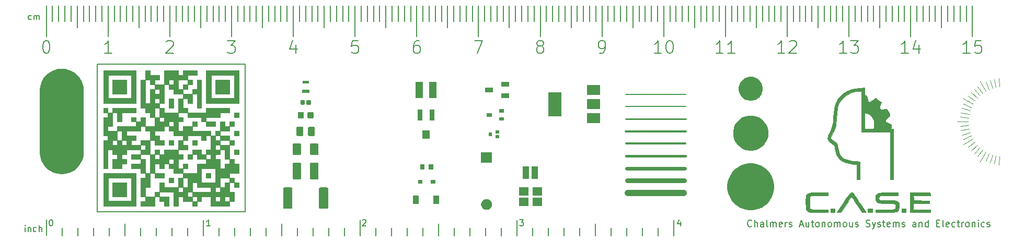
<source format=gbr>
G04 #@! TF.GenerationSoftware,KiCad,Pcbnew,(5.1.5)-3*
G04 #@! TF.CreationDate,2020-07-03T16:29:51+02:00*
G04 #@! TF.ProjectId,pcb_ruler,7063625f-7275-46c6-9572-2e6b69636164,rev?*
G04 #@! TF.SameCoordinates,Original*
G04 #@! TF.FileFunction,Soldermask,Top*
G04 #@! TF.FilePolarity,Negative*
%FSLAX46Y46*%
G04 Gerber Fmt 4.6, Leading zero omitted, Abs format (unit mm)*
G04 Created by KiCad (PCBNEW (5.1.5)-3) date 2020-07-03 16:29:51*
%MOMM*%
%LPD*%
G04 APERTURE LIST*
%ADD10C,0.200000*%
%ADD11C,0.150000*%
%ADD12C,0.355600*%
%ADD13C,0.152400*%
%ADD14C,1.016000*%
%ADD15C,0.762000*%
%ADD16C,0.609600*%
%ADD17C,0.457200*%
%ADD18C,0.304800*%
%ADD19C,0.254000*%
%ADD20C,0.203200*%
%ADD21C,0.010000*%
%ADD22C,0.100000*%
G04 APERTURE END LIST*
D10*
X219238095Y-135992857D02*
X219185714Y-136045238D01*
X219028571Y-136097619D01*
X218923809Y-136097619D01*
X218766666Y-136045238D01*
X218661904Y-135940476D01*
X218609523Y-135835714D01*
X218557142Y-135626190D01*
X218557142Y-135469047D01*
X218609523Y-135259523D01*
X218661904Y-135154761D01*
X218766666Y-135050000D01*
X218923809Y-134997619D01*
X219028571Y-134997619D01*
X219185714Y-135050000D01*
X219238095Y-135102380D01*
X219709523Y-136097619D02*
X219709523Y-134997619D01*
X220180952Y-136097619D02*
X220180952Y-135521428D01*
X220128571Y-135416666D01*
X220023809Y-135364285D01*
X219866666Y-135364285D01*
X219761904Y-135416666D01*
X219709523Y-135469047D01*
X221176190Y-136097619D02*
X221176190Y-135521428D01*
X221123809Y-135416666D01*
X221019047Y-135364285D01*
X220809523Y-135364285D01*
X220704761Y-135416666D01*
X221176190Y-136045238D02*
X221071428Y-136097619D01*
X220809523Y-136097619D01*
X220704761Y-136045238D01*
X220652380Y-135940476D01*
X220652380Y-135835714D01*
X220704761Y-135730952D01*
X220809523Y-135678571D01*
X221071428Y-135678571D01*
X221176190Y-135626190D01*
X221857142Y-136097619D02*
X221752380Y-136045238D01*
X221700000Y-135940476D01*
X221700000Y-134997619D01*
X222276190Y-136097619D02*
X222276190Y-135364285D01*
X222276190Y-135469047D02*
X222328571Y-135416666D01*
X222433333Y-135364285D01*
X222590476Y-135364285D01*
X222695238Y-135416666D01*
X222747619Y-135521428D01*
X222747619Y-136097619D01*
X222747619Y-135521428D02*
X222800000Y-135416666D01*
X222904761Y-135364285D01*
X223061904Y-135364285D01*
X223166666Y-135416666D01*
X223219047Y-135521428D01*
X223219047Y-136097619D01*
X224161904Y-136045238D02*
X224057142Y-136097619D01*
X223847619Y-136097619D01*
X223742857Y-136045238D01*
X223690476Y-135940476D01*
X223690476Y-135521428D01*
X223742857Y-135416666D01*
X223847619Y-135364285D01*
X224057142Y-135364285D01*
X224161904Y-135416666D01*
X224214285Y-135521428D01*
X224214285Y-135626190D01*
X223690476Y-135730952D01*
X224685714Y-136097619D02*
X224685714Y-135364285D01*
X224685714Y-135573809D02*
X224738095Y-135469047D01*
X224790476Y-135416666D01*
X224895238Y-135364285D01*
X225000000Y-135364285D01*
X225314285Y-136045238D02*
X225419047Y-136097619D01*
X225628571Y-136097619D01*
X225733333Y-136045238D01*
X225785714Y-135940476D01*
X225785714Y-135888095D01*
X225733333Y-135783333D01*
X225628571Y-135730952D01*
X225471428Y-135730952D01*
X225366666Y-135678571D01*
X225314285Y-135573809D01*
X225314285Y-135521428D01*
X225366666Y-135416666D01*
X225471428Y-135364285D01*
X225628571Y-135364285D01*
X225733333Y-135416666D01*
X227042857Y-135783333D02*
X227566666Y-135783333D01*
X226938095Y-136097619D02*
X227304761Y-134997619D01*
X227671428Y-136097619D01*
X228509523Y-135364285D02*
X228509523Y-136097619D01*
X228038095Y-135364285D02*
X228038095Y-135940476D01*
X228090476Y-136045238D01*
X228195238Y-136097619D01*
X228352380Y-136097619D01*
X228457142Y-136045238D01*
X228509523Y-135992857D01*
X228876190Y-135364285D02*
X229295238Y-135364285D01*
X229033333Y-134997619D02*
X229033333Y-135940476D01*
X229085714Y-136045238D01*
X229190476Y-136097619D01*
X229295238Y-136097619D01*
X229819047Y-136097619D02*
X229714285Y-136045238D01*
X229661904Y-135992857D01*
X229609523Y-135888095D01*
X229609523Y-135573809D01*
X229661904Y-135469047D01*
X229714285Y-135416666D01*
X229819047Y-135364285D01*
X229976190Y-135364285D01*
X230080952Y-135416666D01*
X230133333Y-135469047D01*
X230185714Y-135573809D01*
X230185714Y-135888095D01*
X230133333Y-135992857D01*
X230080952Y-136045238D01*
X229976190Y-136097619D01*
X229819047Y-136097619D01*
X230657142Y-135364285D02*
X230657142Y-136097619D01*
X230657142Y-135469047D02*
X230709523Y-135416666D01*
X230814285Y-135364285D01*
X230971428Y-135364285D01*
X231076190Y-135416666D01*
X231128571Y-135521428D01*
X231128571Y-136097619D01*
X231809523Y-136097619D02*
X231704761Y-136045238D01*
X231652380Y-135992857D01*
X231600000Y-135888095D01*
X231600000Y-135573809D01*
X231652380Y-135469047D01*
X231704761Y-135416666D01*
X231809523Y-135364285D01*
X231966666Y-135364285D01*
X232071428Y-135416666D01*
X232123809Y-135469047D01*
X232176190Y-135573809D01*
X232176190Y-135888095D01*
X232123809Y-135992857D01*
X232071428Y-136045238D01*
X231966666Y-136097619D01*
X231809523Y-136097619D01*
X232647619Y-136097619D02*
X232647619Y-135364285D01*
X232647619Y-135469047D02*
X232700000Y-135416666D01*
X232804761Y-135364285D01*
X232961904Y-135364285D01*
X233066666Y-135416666D01*
X233119047Y-135521428D01*
X233119047Y-136097619D01*
X233119047Y-135521428D02*
X233171428Y-135416666D01*
X233276190Y-135364285D01*
X233433333Y-135364285D01*
X233538095Y-135416666D01*
X233590476Y-135521428D01*
X233590476Y-136097619D01*
X234271428Y-136097619D02*
X234166666Y-136045238D01*
X234114285Y-135992857D01*
X234061904Y-135888095D01*
X234061904Y-135573809D01*
X234114285Y-135469047D01*
X234166666Y-135416666D01*
X234271428Y-135364285D01*
X234428571Y-135364285D01*
X234533333Y-135416666D01*
X234585714Y-135469047D01*
X234638095Y-135573809D01*
X234638095Y-135888095D01*
X234585714Y-135992857D01*
X234533333Y-136045238D01*
X234428571Y-136097619D01*
X234271428Y-136097619D01*
X235580952Y-135364285D02*
X235580952Y-136097619D01*
X235109523Y-135364285D02*
X235109523Y-135940476D01*
X235161904Y-136045238D01*
X235266666Y-136097619D01*
X235423809Y-136097619D01*
X235528571Y-136045238D01*
X235580952Y-135992857D01*
X236052380Y-136045238D02*
X236157142Y-136097619D01*
X236366666Y-136097619D01*
X236471428Y-136045238D01*
X236523809Y-135940476D01*
X236523809Y-135888095D01*
X236471428Y-135783333D01*
X236366666Y-135730952D01*
X236209523Y-135730952D01*
X236104761Y-135678571D01*
X236052380Y-135573809D01*
X236052380Y-135521428D01*
X236104761Y-135416666D01*
X236209523Y-135364285D01*
X236366666Y-135364285D01*
X236471428Y-135416666D01*
X237780952Y-136045238D02*
X237938095Y-136097619D01*
X238200000Y-136097619D01*
X238304761Y-136045238D01*
X238357142Y-135992857D01*
X238409523Y-135888095D01*
X238409523Y-135783333D01*
X238357142Y-135678571D01*
X238304761Y-135626190D01*
X238200000Y-135573809D01*
X237990476Y-135521428D01*
X237885714Y-135469047D01*
X237833333Y-135416666D01*
X237780952Y-135311904D01*
X237780952Y-135207142D01*
X237833333Y-135102380D01*
X237885714Y-135050000D01*
X237990476Y-134997619D01*
X238252380Y-134997619D01*
X238409523Y-135050000D01*
X238776190Y-135364285D02*
X239038095Y-136097619D01*
X239300000Y-135364285D02*
X239038095Y-136097619D01*
X238933333Y-136359523D01*
X238880952Y-136411904D01*
X238776190Y-136464285D01*
X239666666Y-136045238D02*
X239771428Y-136097619D01*
X239980952Y-136097619D01*
X240085714Y-136045238D01*
X240138095Y-135940476D01*
X240138095Y-135888095D01*
X240085714Y-135783333D01*
X239980952Y-135730952D01*
X239823809Y-135730952D01*
X239719047Y-135678571D01*
X239666666Y-135573809D01*
X239666666Y-135521428D01*
X239719047Y-135416666D01*
X239823809Y-135364285D01*
X239980952Y-135364285D01*
X240085714Y-135416666D01*
X240452380Y-135364285D02*
X240871428Y-135364285D01*
X240609523Y-134997619D02*
X240609523Y-135940476D01*
X240661904Y-136045238D01*
X240766666Y-136097619D01*
X240871428Y-136097619D01*
X241657142Y-136045238D02*
X241552380Y-136097619D01*
X241342857Y-136097619D01*
X241238095Y-136045238D01*
X241185714Y-135940476D01*
X241185714Y-135521428D01*
X241238095Y-135416666D01*
X241342857Y-135364285D01*
X241552380Y-135364285D01*
X241657142Y-135416666D01*
X241709523Y-135521428D01*
X241709523Y-135626190D01*
X241185714Y-135730952D01*
X242180952Y-136097619D02*
X242180952Y-135364285D01*
X242180952Y-135469047D02*
X242233333Y-135416666D01*
X242338095Y-135364285D01*
X242495238Y-135364285D01*
X242600000Y-135416666D01*
X242652380Y-135521428D01*
X242652380Y-136097619D01*
X242652380Y-135521428D02*
X242704761Y-135416666D01*
X242809523Y-135364285D01*
X242966666Y-135364285D01*
X243071428Y-135416666D01*
X243123809Y-135521428D01*
X243123809Y-136097619D01*
X243595238Y-136045238D02*
X243700000Y-136097619D01*
X243909523Y-136097619D01*
X244014285Y-136045238D01*
X244066666Y-135940476D01*
X244066666Y-135888095D01*
X244014285Y-135783333D01*
X243909523Y-135730952D01*
X243752380Y-135730952D01*
X243647619Y-135678571D01*
X243595238Y-135573809D01*
X243595238Y-135521428D01*
X243647619Y-135416666D01*
X243752380Y-135364285D01*
X243909523Y-135364285D01*
X244014285Y-135416666D01*
X245847619Y-136097619D02*
X245847619Y-135521428D01*
X245795238Y-135416666D01*
X245690476Y-135364285D01*
X245480952Y-135364285D01*
X245376190Y-135416666D01*
X245847619Y-136045238D02*
X245742857Y-136097619D01*
X245480952Y-136097619D01*
X245376190Y-136045238D01*
X245323809Y-135940476D01*
X245323809Y-135835714D01*
X245376190Y-135730952D01*
X245480952Y-135678571D01*
X245742857Y-135678571D01*
X245847619Y-135626190D01*
X246371428Y-135364285D02*
X246371428Y-136097619D01*
X246371428Y-135469047D02*
X246423809Y-135416666D01*
X246528571Y-135364285D01*
X246685714Y-135364285D01*
X246790476Y-135416666D01*
X246842857Y-135521428D01*
X246842857Y-136097619D01*
X247838095Y-136097619D02*
X247838095Y-134997619D01*
X247838095Y-136045238D02*
X247733333Y-136097619D01*
X247523809Y-136097619D01*
X247419047Y-136045238D01*
X247366666Y-135992857D01*
X247314285Y-135888095D01*
X247314285Y-135573809D01*
X247366666Y-135469047D01*
X247419047Y-135416666D01*
X247523809Y-135364285D01*
X247733333Y-135364285D01*
X247838095Y-135416666D01*
X249200000Y-135521428D02*
X249566666Y-135521428D01*
X249723809Y-136097619D02*
X249200000Y-136097619D01*
X249200000Y-134997619D01*
X249723809Y-134997619D01*
X250352380Y-136097619D02*
X250247619Y-136045238D01*
X250195238Y-135940476D01*
X250195238Y-134997619D01*
X251190476Y-136045238D02*
X251085714Y-136097619D01*
X250876190Y-136097619D01*
X250771428Y-136045238D01*
X250719047Y-135940476D01*
X250719047Y-135521428D01*
X250771428Y-135416666D01*
X250876190Y-135364285D01*
X251085714Y-135364285D01*
X251190476Y-135416666D01*
X251242857Y-135521428D01*
X251242857Y-135626190D01*
X250719047Y-135730952D01*
X252185714Y-136045238D02*
X252080952Y-136097619D01*
X251871428Y-136097619D01*
X251766666Y-136045238D01*
X251714285Y-135992857D01*
X251661904Y-135888095D01*
X251661904Y-135573809D01*
X251714285Y-135469047D01*
X251766666Y-135416666D01*
X251871428Y-135364285D01*
X252080952Y-135364285D01*
X252185714Y-135416666D01*
X252500000Y-135364285D02*
X252919047Y-135364285D01*
X252657142Y-134997619D02*
X252657142Y-135940476D01*
X252709523Y-136045238D01*
X252814285Y-136097619D01*
X252919047Y-136097619D01*
X253285714Y-136097619D02*
X253285714Y-135364285D01*
X253285714Y-135573809D02*
X253338095Y-135469047D01*
X253390476Y-135416666D01*
X253495238Y-135364285D01*
X253600000Y-135364285D01*
X254123809Y-136097619D02*
X254019047Y-136045238D01*
X253966666Y-135992857D01*
X253914285Y-135888095D01*
X253914285Y-135573809D01*
X253966666Y-135469047D01*
X254019047Y-135416666D01*
X254123809Y-135364285D01*
X254280952Y-135364285D01*
X254385714Y-135416666D01*
X254438095Y-135469047D01*
X254490476Y-135573809D01*
X254490476Y-135888095D01*
X254438095Y-135992857D01*
X254385714Y-136045238D01*
X254280952Y-136097619D01*
X254123809Y-136097619D01*
X254961904Y-135364285D02*
X254961904Y-136097619D01*
X254961904Y-135469047D02*
X255014285Y-135416666D01*
X255119047Y-135364285D01*
X255276190Y-135364285D01*
X255380952Y-135416666D01*
X255433333Y-135521428D01*
X255433333Y-136097619D01*
X255957142Y-136097619D02*
X255957142Y-135364285D01*
X255957142Y-134997619D02*
X255904761Y-135050000D01*
X255957142Y-135102380D01*
X256009523Y-135050000D01*
X255957142Y-134997619D01*
X255957142Y-135102380D01*
X256952380Y-136045238D02*
X256847619Y-136097619D01*
X256638095Y-136097619D01*
X256533333Y-136045238D01*
X256480952Y-135992857D01*
X256428571Y-135888095D01*
X256428571Y-135573809D01*
X256480952Y-135469047D01*
X256533333Y-135416666D01*
X256638095Y-135364285D01*
X256847619Y-135364285D01*
X256952380Y-135416666D01*
X257371428Y-136045238D02*
X257476190Y-136097619D01*
X257685714Y-136097619D01*
X257790476Y-136045238D01*
X257842857Y-135940476D01*
X257842857Y-135888095D01*
X257790476Y-135783333D01*
X257685714Y-135730952D01*
X257528571Y-135730952D01*
X257423809Y-135678571D01*
X257371428Y-135573809D01*
X257371428Y-135521428D01*
X257423809Y-135416666D01*
X257528571Y-135364285D01*
X257685714Y-135364285D01*
X257790476Y-135416666D01*
D11*
X207690476Y-135285714D02*
X207690476Y-135952380D01*
X207452380Y-134904761D02*
X207214285Y-135619047D01*
X207833333Y-135619047D01*
X181666666Y-134952380D02*
X182285714Y-134952380D01*
X181952380Y-135333333D01*
X182095238Y-135333333D01*
X182190476Y-135380952D01*
X182238095Y-135428571D01*
X182285714Y-135523809D01*
X182285714Y-135761904D01*
X182238095Y-135857142D01*
X182190476Y-135904761D01*
X182095238Y-135952380D01*
X181809523Y-135952380D01*
X181714285Y-135904761D01*
X181666666Y-135857142D01*
X156214285Y-135047619D02*
X156261904Y-135000000D01*
X156357142Y-134952380D01*
X156595238Y-134952380D01*
X156690476Y-135000000D01*
X156738095Y-135047619D01*
X156785714Y-135142857D01*
X156785714Y-135238095D01*
X156738095Y-135380952D01*
X156166666Y-135952380D01*
X156785714Y-135952380D01*
X131535714Y-135952380D02*
X130964285Y-135952380D01*
X131250000Y-135952380D02*
X131250000Y-134952380D01*
X131154761Y-135095238D01*
X131059523Y-135190476D01*
X130964285Y-135238095D01*
X105702380Y-134952380D02*
X105797619Y-134952380D01*
X105892857Y-135000000D01*
X105940476Y-135047619D01*
X105988095Y-135142857D01*
X106035714Y-135333333D01*
X106035714Y-135571428D01*
X105988095Y-135761904D01*
X105940476Y-135857142D01*
X105892857Y-135904761D01*
X105797619Y-135952380D01*
X105702380Y-135952380D01*
X105607142Y-135904761D01*
X105559523Y-135857142D01*
X105511904Y-135761904D01*
X105464285Y-135571428D01*
X105464285Y-135333333D01*
X105511904Y-135142857D01*
X105559523Y-135047619D01*
X105607142Y-135000000D01*
X105702380Y-134952380D01*
X193900000Y-135600000D02*
X193900000Y-137560000D01*
X168500000Y-135600000D02*
X168500000Y-137560000D01*
X143100000Y-135600000D02*
X143100000Y-137560000D01*
X105000000Y-134920000D02*
X105000000Y-137460000D01*
X101566666Y-136852380D02*
X101566666Y-136185714D01*
X101566666Y-135852380D02*
X101519047Y-135900000D01*
X101566666Y-135947619D01*
X101614285Y-135900000D01*
X101566666Y-135852380D01*
X101566666Y-135947619D01*
X102042857Y-136185714D02*
X102042857Y-136852380D01*
X102042857Y-136280952D02*
X102090476Y-136233333D01*
X102185714Y-136185714D01*
X102328571Y-136185714D01*
X102423809Y-136233333D01*
X102471428Y-136328571D01*
X102471428Y-136852380D01*
X103376190Y-136804761D02*
X103280952Y-136852380D01*
X103090476Y-136852380D01*
X102995238Y-136804761D01*
X102947619Y-136757142D01*
X102900000Y-136661904D01*
X102900000Y-136376190D01*
X102947619Y-136280952D01*
X102995238Y-136233333D01*
X103090476Y-136185714D01*
X103280952Y-136185714D01*
X103376190Y-136233333D01*
X103804761Y-136852380D02*
X103804761Y-135852380D01*
X104233333Y-136852380D02*
X104233333Y-136328571D01*
X104185714Y-136233333D01*
X104090476Y-136185714D01*
X103947619Y-136185714D01*
X103852380Y-136233333D01*
X103804761Y-136280952D01*
X201520000Y-136290000D02*
X201520000Y-137560000D01*
X206600000Y-135020000D02*
X206600000Y-137560000D01*
X204060000Y-136290000D02*
X204060000Y-137560000D01*
X198980000Y-136290000D02*
X198980000Y-137560000D01*
X196440000Y-136290000D02*
X196440000Y-137560000D01*
X188820000Y-136290000D02*
X188820000Y-137560000D01*
X191360000Y-136290000D02*
X191360000Y-137560000D01*
X186280000Y-136290000D02*
X186280000Y-137560000D01*
X183740000Y-136290000D02*
X183740000Y-137560000D01*
X176120000Y-136290000D02*
X176120000Y-137560000D01*
X181200000Y-135020000D02*
X181200000Y-137560000D01*
X178660000Y-136290000D02*
X178660000Y-137560000D01*
X173580000Y-136290000D02*
X173580000Y-137560000D01*
X171040000Y-136290000D02*
X171040000Y-137560000D01*
X163420000Y-136290000D02*
X163420000Y-137560000D01*
X165960000Y-136290000D02*
X165960000Y-137560000D01*
X160880000Y-136290000D02*
X160880000Y-137560000D01*
X158340000Y-136290000D02*
X158340000Y-137560000D01*
X150720000Y-136290000D02*
X150720000Y-137560000D01*
X155800000Y-135020000D02*
X155800000Y-137560000D01*
X153260000Y-136290000D02*
X153260000Y-137560000D01*
X148180000Y-136290000D02*
X148180000Y-137560000D01*
X145640000Y-136290000D02*
X145640000Y-137560000D01*
X138020000Y-136290000D02*
X138020000Y-137560000D01*
X140560000Y-136290000D02*
X140560000Y-137560000D01*
X135480000Y-136290000D02*
X135480000Y-137560000D01*
X132940000Y-136290000D02*
X132940000Y-137560000D01*
X125320000Y-136290000D02*
X125320000Y-137560000D01*
X130400000Y-135020000D02*
X130400000Y-137560000D01*
X127860000Y-136290000D02*
X127860000Y-137560000D01*
X122780000Y-136290000D02*
X122780000Y-137560000D01*
X120240000Y-136290000D02*
X120240000Y-137560000D01*
X117700000Y-135600000D02*
X117700000Y-137560000D01*
X115160000Y-136290000D02*
X115160000Y-137560000D01*
X112620000Y-136290000D02*
X112620000Y-137560000D01*
X110080000Y-136290000D02*
X110080000Y-137560000D01*
X107540000Y-136300000D02*
X107540000Y-137560000D01*
D12*
X198900000Y-122600000D02*
X208500000Y-122600000D01*
D13*
X198800000Y-114600000D02*
X208600000Y-114600000D01*
D14*
X199210000Y-130600000D02*
X208200000Y-130600000D01*
D15*
X199090000Y-128600000D02*
X208300000Y-128600000D01*
D16*
X199010000Y-126600000D02*
X208400000Y-126600000D01*
D17*
X198930000Y-124600000D02*
X208450000Y-124600000D01*
D18*
X198860000Y-120600000D02*
X208550000Y-120600000D01*
D19*
X198830000Y-118600000D02*
X208550000Y-118600000D01*
D20*
X198800000Y-116600000D02*
X208600000Y-116600000D01*
D11*
X102571428Y-102404761D02*
X102476190Y-102452380D01*
X102285714Y-102452380D01*
X102190476Y-102404761D01*
X102142857Y-102357142D01*
X102095238Y-102261904D01*
X102095238Y-101976190D01*
X102142857Y-101880952D01*
X102190476Y-101833333D01*
X102285714Y-101785714D01*
X102476190Y-101785714D01*
X102571428Y-101833333D01*
X103000000Y-102452380D02*
X103000000Y-101785714D01*
X103000000Y-101880952D02*
X103047619Y-101833333D01*
X103142857Y-101785714D01*
X103285714Y-101785714D01*
X103380952Y-101833333D01*
X103428571Y-101928571D01*
X103428571Y-102452380D01*
X103428571Y-101928571D02*
X103476190Y-101833333D01*
X103571428Y-101785714D01*
X103714285Y-101785714D01*
X103809523Y-101833333D01*
X103857142Y-101928571D01*
X103857142Y-102452380D01*
X254619047Y-107904761D02*
X253476190Y-107904761D01*
X254047619Y-107904761D02*
X254047619Y-105904761D01*
X253857142Y-106190476D01*
X253666666Y-106380952D01*
X253476190Y-106476190D01*
X256428571Y-105904761D02*
X255476190Y-105904761D01*
X255380952Y-106857142D01*
X255476190Y-106761904D01*
X255666666Y-106666666D01*
X256142857Y-106666666D01*
X256333333Y-106761904D01*
X256428571Y-106857142D01*
X256523809Y-107047619D01*
X256523809Y-107523809D01*
X256428571Y-107714285D01*
X256333333Y-107809523D01*
X256142857Y-107904761D01*
X255666666Y-107904761D01*
X255476190Y-107809523D01*
X255380952Y-107714285D01*
X244619047Y-107904761D02*
X243476190Y-107904761D01*
X244047619Y-107904761D02*
X244047619Y-105904761D01*
X243857142Y-106190476D01*
X243666666Y-106380952D01*
X243476190Y-106476190D01*
X246333333Y-106571428D02*
X246333333Y-107904761D01*
X245857142Y-105809523D02*
X245380952Y-107238095D01*
X246619047Y-107238095D01*
X234619047Y-107904761D02*
X233476190Y-107904761D01*
X234047619Y-107904761D02*
X234047619Y-105904761D01*
X233857142Y-106190476D01*
X233666666Y-106380952D01*
X233476190Y-106476190D01*
X235285714Y-105904761D02*
X236523809Y-105904761D01*
X235857142Y-106666666D01*
X236142857Y-106666666D01*
X236333333Y-106761904D01*
X236428571Y-106857142D01*
X236523809Y-107047619D01*
X236523809Y-107523809D01*
X236428571Y-107714285D01*
X236333333Y-107809523D01*
X236142857Y-107904761D01*
X235571428Y-107904761D01*
X235380952Y-107809523D01*
X235285714Y-107714285D01*
X224619047Y-107904761D02*
X223476190Y-107904761D01*
X224047619Y-107904761D02*
X224047619Y-105904761D01*
X223857142Y-106190476D01*
X223666666Y-106380952D01*
X223476190Y-106476190D01*
X225380952Y-106095238D02*
X225476190Y-106000000D01*
X225666666Y-105904761D01*
X226142857Y-105904761D01*
X226333333Y-106000000D01*
X226428571Y-106095238D01*
X226523809Y-106285714D01*
X226523809Y-106476190D01*
X226428571Y-106761904D01*
X225285714Y-107904761D01*
X226523809Y-107904761D01*
X214619047Y-107904761D02*
X213476190Y-107904761D01*
X214047619Y-107904761D02*
X214047619Y-105904761D01*
X213857142Y-106190476D01*
X213666666Y-106380952D01*
X213476190Y-106476190D01*
X216523809Y-107904761D02*
X215380952Y-107904761D01*
X215952380Y-107904761D02*
X215952380Y-105904761D01*
X215761904Y-106190476D01*
X215571428Y-106380952D01*
X215380952Y-106476190D01*
X204619047Y-107904761D02*
X203476190Y-107904761D01*
X204047619Y-107904761D02*
X204047619Y-105904761D01*
X203857142Y-106190476D01*
X203666666Y-106380952D01*
X203476190Y-106476190D01*
X205857142Y-105904761D02*
X206047619Y-105904761D01*
X206238095Y-106000000D01*
X206333333Y-106095238D01*
X206428571Y-106285714D01*
X206523809Y-106666666D01*
X206523809Y-107142857D01*
X206428571Y-107523809D01*
X206333333Y-107714285D01*
X206238095Y-107809523D01*
X206047619Y-107904761D01*
X205857142Y-107904761D01*
X205666666Y-107809523D01*
X205571428Y-107714285D01*
X205476190Y-107523809D01*
X205380952Y-107142857D01*
X205380952Y-106666666D01*
X205476190Y-106285714D01*
X205571428Y-106095238D01*
X205666666Y-106000000D01*
X205857142Y-105904761D01*
X194619047Y-107904761D02*
X195000000Y-107904761D01*
X195190476Y-107809523D01*
X195285714Y-107714285D01*
X195476190Y-107428571D01*
X195571428Y-107047619D01*
X195571428Y-106285714D01*
X195476190Y-106095238D01*
X195380952Y-106000000D01*
X195190476Y-105904761D01*
X194809523Y-105904761D01*
X194619047Y-106000000D01*
X194523809Y-106095238D01*
X194428571Y-106285714D01*
X194428571Y-106761904D01*
X194523809Y-106952380D01*
X194619047Y-107047619D01*
X194809523Y-107142857D01*
X195190476Y-107142857D01*
X195380952Y-107047619D01*
X195476190Y-106952380D01*
X195571428Y-106761904D01*
X184809523Y-106761904D02*
X184619047Y-106666666D01*
X184523809Y-106571428D01*
X184428571Y-106380952D01*
X184428571Y-106285714D01*
X184523809Y-106095238D01*
X184619047Y-106000000D01*
X184809523Y-105904761D01*
X185190476Y-105904761D01*
X185380952Y-106000000D01*
X185476190Y-106095238D01*
X185571428Y-106285714D01*
X185571428Y-106380952D01*
X185476190Y-106571428D01*
X185380952Y-106666666D01*
X185190476Y-106761904D01*
X184809523Y-106761904D01*
X184619047Y-106857142D01*
X184523809Y-106952380D01*
X184428571Y-107142857D01*
X184428571Y-107523809D01*
X184523809Y-107714285D01*
X184619047Y-107809523D01*
X184809523Y-107904761D01*
X185190476Y-107904761D01*
X185380952Y-107809523D01*
X185476190Y-107714285D01*
X185571428Y-107523809D01*
X185571428Y-107142857D01*
X185476190Y-106952380D01*
X185380952Y-106857142D01*
X185190476Y-106761904D01*
X174333333Y-105904761D02*
X175666666Y-105904761D01*
X174809523Y-107904761D01*
X165380952Y-105904761D02*
X165000000Y-105904761D01*
X164809523Y-106000000D01*
X164714285Y-106095238D01*
X164523809Y-106380952D01*
X164428571Y-106761904D01*
X164428571Y-107523809D01*
X164523809Y-107714285D01*
X164619047Y-107809523D01*
X164809523Y-107904761D01*
X165190476Y-107904761D01*
X165380952Y-107809523D01*
X165476190Y-107714285D01*
X165571428Y-107523809D01*
X165571428Y-107047619D01*
X165476190Y-106857142D01*
X165380952Y-106761904D01*
X165190476Y-106666666D01*
X164809523Y-106666666D01*
X164619047Y-106761904D01*
X164523809Y-106857142D01*
X164428571Y-107047619D01*
X155476190Y-105904761D02*
X154523809Y-105904761D01*
X154428571Y-106857142D01*
X154523809Y-106761904D01*
X154714285Y-106666666D01*
X155190476Y-106666666D01*
X155380952Y-106761904D01*
X155476190Y-106857142D01*
X155571428Y-107047619D01*
X155571428Y-107523809D01*
X155476190Y-107714285D01*
X155380952Y-107809523D01*
X155190476Y-107904761D01*
X154714285Y-107904761D01*
X154523809Y-107809523D01*
X154428571Y-107714285D01*
X145380952Y-106571428D02*
X145380952Y-107904761D01*
X144904761Y-105809523D02*
X144428571Y-107238095D01*
X145666666Y-107238095D01*
X134333333Y-105904761D02*
X135571428Y-105904761D01*
X134904761Y-106666666D01*
X135190476Y-106666666D01*
X135380952Y-106761904D01*
X135476190Y-106857142D01*
X135571428Y-107047619D01*
X135571428Y-107523809D01*
X135476190Y-107714285D01*
X135380952Y-107809523D01*
X135190476Y-107904761D01*
X134619047Y-107904761D01*
X134428571Y-107809523D01*
X134333333Y-107714285D01*
X113200000Y-109700000D02*
X113200000Y-110700000D01*
X137200000Y-109700000D02*
X113200000Y-109700000D01*
X137200000Y-133700000D02*
X137200000Y-109700000D01*
X113200000Y-133700000D02*
X137200000Y-133700000D01*
X113200000Y-110700000D02*
X113200000Y-133700000D01*
X124428571Y-106095238D02*
X124523809Y-106000000D01*
X124714285Y-105904761D01*
X125190476Y-105904761D01*
X125380952Y-106000000D01*
X125476190Y-106095238D01*
X125571428Y-106285714D01*
X125571428Y-106476190D01*
X125476190Y-106761904D01*
X124333333Y-107904761D01*
X125571428Y-107904761D01*
X115571428Y-107904761D02*
X114428571Y-107904761D01*
X115000000Y-107904761D02*
X115000000Y-105904761D01*
X114809523Y-106190476D01*
X114619047Y-106380952D01*
X114428571Y-106476190D01*
X104904761Y-105904761D02*
X105095238Y-105904761D01*
X105285714Y-106000000D01*
X105380952Y-106095238D01*
X105476190Y-106285714D01*
X105571428Y-106666666D01*
X105571428Y-107142857D01*
X105476190Y-107523809D01*
X105380952Y-107714285D01*
X105285714Y-107809523D01*
X105095238Y-107904761D01*
X104904761Y-107904761D01*
X104714285Y-107809523D01*
X104619047Y-107714285D01*
X104523809Y-107523809D01*
X104428571Y-107142857D01*
X104428571Y-106666666D01*
X104523809Y-106285714D01*
X104619047Y-106095238D01*
X104714285Y-106000000D01*
X104904761Y-105904761D01*
X255000000Y-100250000D02*
X255000000Y-105250000D01*
X252000000Y-100250000D02*
X252000000Y-102750000D01*
X251000000Y-100250000D02*
X251000000Y-102750000D01*
X254000000Y-100250000D02*
X254000000Y-102750000D01*
X250000000Y-100250000D02*
X250000000Y-103750000D01*
X249000000Y-100250000D02*
X249000000Y-102750000D01*
X248000000Y-100250000D02*
X248000000Y-102750000D01*
X247000000Y-100250000D02*
X247000000Y-102750000D01*
X253000000Y-100250000D02*
X253000000Y-102750000D01*
X246000000Y-100250000D02*
X246000000Y-102750000D01*
X245000000Y-100250000D02*
X245000000Y-105250000D01*
X242000000Y-100250000D02*
X242000000Y-102750000D01*
X241000000Y-100250000D02*
X241000000Y-102750000D01*
X244000000Y-100250000D02*
X244000000Y-102750000D01*
X240000000Y-100250000D02*
X240000000Y-103750000D01*
X239000000Y-100250000D02*
X239000000Y-102750000D01*
X238000000Y-100250000D02*
X238000000Y-102750000D01*
X237000000Y-100250000D02*
X237000000Y-102750000D01*
X243000000Y-100250000D02*
X243000000Y-102750000D01*
X236000000Y-100250000D02*
X236000000Y-102750000D01*
X235000000Y-100250000D02*
X235000000Y-105250000D01*
X232000000Y-100250000D02*
X232000000Y-102750000D01*
X231000000Y-100250000D02*
X231000000Y-102750000D01*
X234000000Y-100250000D02*
X234000000Y-102750000D01*
X230000000Y-100250000D02*
X230000000Y-103750000D01*
X229000000Y-100250000D02*
X229000000Y-102750000D01*
X228000000Y-100250000D02*
X228000000Y-102750000D01*
X227000000Y-100250000D02*
X227000000Y-102750000D01*
X233000000Y-100250000D02*
X233000000Y-102750000D01*
X226000000Y-100250000D02*
X226000000Y-102750000D01*
X225000000Y-100250000D02*
X225000000Y-105250000D01*
X222000000Y-100250000D02*
X222000000Y-102750000D01*
X221000000Y-100250000D02*
X221000000Y-102750000D01*
X224000000Y-100250000D02*
X224000000Y-102750000D01*
X220000000Y-100250000D02*
X220000000Y-103750000D01*
X219000000Y-100250000D02*
X219000000Y-102750000D01*
X218000000Y-100250000D02*
X218000000Y-102750000D01*
X217000000Y-100250000D02*
X217000000Y-102750000D01*
X223000000Y-100250000D02*
X223000000Y-102750000D01*
X216000000Y-100250000D02*
X216000000Y-102750000D01*
X215000000Y-100250000D02*
X215000000Y-105250000D01*
X212000000Y-100250000D02*
X212000000Y-102750000D01*
X211000000Y-100250000D02*
X211000000Y-102750000D01*
X214000000Y-100250000D02*
X214000000Y-102750000D01*
X210000000Y-100250000D02*
X210000000Y-103750000D01*
X209000000Y-100250000D02*
X209000000Y-102750000D01*
X208000000Y-100250000D02*
X208000000Y-102750000D01*
X207000000Y-100250000D02*
X207000000Y-102750000D01*
X213000000Y-100250000D02*
X213000000Y-102750000D01*
X206000000Y-100250000D02*
X206000000Y-102750000D01*
X205000000Y-100250000D02*
X205000000Y-105250000D01*
X202000000Y-100250000D02*
X202000000Y-102750000D01*
X201000000Y-100250000D02*
X201000000Y-102750000D01*
X204000000Y-100250000D02*
X204000000Y-102750000D01*
X200000000Y-100250000D02*
X200000000Y-103750000D01*
X199000000Y-100250000D02*
X199000000Y-102750000D01*
X198000000Y-100250000D02*
X198000000Y-102750000D01*
X197000000Y-100250000D02*
X197000000Y-102750000D01*
X203000000Y-100250000D02*
X203000000Y-102750000D01*
X196000000Y-100250000D02*
X196000000Y-102750000D01*
X195000000Y-100250000D02*
X195000000Y-105250000D01*
X192000000Y-100250000D02*
X192000000Y-102750000D01*
X191000000Y-100250000D02*
X191000000Y-102750000D01*
X194000000Y-100250000D02*
X194000000Y-102750000D01*
X190000000Y-100250000D02*
X190000000Y-103750000D01*
X189000000Y-100250000D02*
X189000000Y-102750000D01*
X188000000Y-100250000D02*
X188000000Y-102750000D01*
X187000000Y-100250000D02*
X187000000Y-102750000D01*
X193000000Y-100250000D02*
X193000000Y-102750000D01*
X186000000Y-100250000D02*
X186000000Y-102750000D01*
X185000000Y-100250000D02*
X185000000Y-105250000D01*
X182000000Y-100250000D02*
X182000000Y-102750000D01*
X181000000Y-100250000D02*
X181000000Y-102750000D01*
X184000000Y-100250000D02*
X184000000Y-102750000D01*
X180000000Y-100250000D02*
X180000000Y-103750000D01*
X179000000Y-100250000D02*
X179000000Y-102750000D01*
X178000000Y-100250000D02*
X178000000Y-102750000D01*
X177000000Y-100250000D02*
X177000000Y-102750000D01*
X183000000Y-100250000D02*
X183000000Y-102750000D01*
X176000000Y-100250000D02*
X176000000Y-102750000D01*
X175000000Y-100250000D02*
X175000000Y-105250000D01*
X172000000Y-100250000D02*
X172000000Y-102750000D01*
X171000000Y-100250000D02*
X171000000Y-102750000D01*
X174000000Y-100250000D02*
X174000000Y-102750000D01*
X170000000Y-100250000D02*
X170000000Y-103750000D01*
X169000000Y-100250000D02*
X169000000Y-102750000D01*
X168000000Y-100250000D02*
X168000000Y-102750000D01*
X167000000Y-100250000D02*
X167000000Y-102750000D01*
X173000000Y-100250000D02*
X173000000Y-102750000D01*
X166000000Y-100250000D02*
X166000000Y-102750000D01*
X165000000Y-100250000D02*
X165000000Y-105250000D01*
X162000000Y-100250000D02*
X162000000Y-102750000D01*
X161000000Y-100250000D02*
X161000000Y-102750000D01*
X164000000Y-100250000D02*
X164000000Y-102750000D01*
X160000000Y-100250000D02*
X160000000Y-103750000D01*
X159000000Y-100250000D02*
X159000000Y-102750000D01*
X158000000Y-100250000D02*
X158000000Y-102750000D01*
X157000000Y-100250000D02*
X157000000Y-102750000D01*
X163000000Y-100250000D02*
X163000000Y-102750000D01*
X156000000Y-100250000D02*
X156000000Y-102750000D01*
X155000000Y-100250000D02*
X155000000Y-105250000D01*
X152000000Y-100250000D02*
X152000000Y-102750000D01*
X151000000Y-100250000D02*
X151000000Y-102750000D01*
X154000000Y-100250000D02*
X154000000Y-102750000D01*
X150000000Y-100250000D02*
X150000000Y-103750000D01*
X149000000Y-100250000D02*
X149000000Y-102750000D01*
X148000000Y-100250000D02*
X148000000Y-102750000D01*
X147000000Y-100250000D02*
X147000000Y-102750000D01*
X153000000Y-100250000D02*
X153000000Y-102750000D01*
X146000000Y-100250000D02*
X146000000Y-102750000D01*
X145000000Y-100250000D02*
X145000000Y-105250000D01*
X142000000Y-100250000D02*
X142000000Y-102750000D01*
X141000000Y-100250000D02*
X141000000Y-102750000D01*
X144000000Y-100250000D02*
X144000000Y-102750000D01*
X140000000Y-100250000D02*
X140000000Y-103750000D01*
X139000000Y-100250000D02*
X139000000Y-102750000D01*
X138000000Y-100250000D02*
X138000000Y-102750000D01*
X137000000Y-100250000D02*
X137000000Y-102750000D01*
X143000000Y-100250000D02*
X143000000Y-102750000D01*
X136000000Y-100250000D02*
X136000000Y-102750000D01*
X135000000Y-100250000D02*
X135000000Y-105250000D01*
X132000000Y-100250000D02*
X132000000Y-102750000D01*
X131000000Y-100250000D02*
X131000000Y-102750000D01*
X134000000Y-100250000D02*
X134000000Y-102750000D01*
X130000000Y-100250000D02*
X130000000Y-103750000D01*
X129000000Y-100250000D02*
X129000000Y-102750000D01*
X128000000Y-100250000D02*
X128000000Y-102750000D01*
X127000000Y-100250000D02*
X127000000Y-102750000D01*
X133000000Y-100250000D02*
X133000000Y-102750000D01*
X126000000Y-100250000D02*
X126000000Y-102750000D01*
X125000000Y-100250000D02*
X125000000Y-105250000D01*
X122000000Y-100250000D02*
X122000000Y-102750000D01*
X121000000Y-100250000D02*
X121000000Y-102750000D01*
X124000000Y-100250000D02*
X124000000Y-102750000D01*
X120000000Y-100250000D02*
X120000000Y-103750000D01*
X119000000Y-100250000D02*
X119000000Y-102750000D01*
X118000000Y-100250000D02*
X118000000Y-102750000D01*
X117000000Y-100250000D02*
X117000000Y-102750000D01*
X123000000Y-100250000D02*
X123000000Y-102750000D01*
X116000000Y-100250000D02*
X116000000Y-102750000D01*
X115000000Y-100250000D02*
X115000000Y-105250000D01*
X114000000Y-100250000D02*
X114000000Y-102750000D01*
X113000000Y-100250000D02*
X113000000Y-102750000D01*
X112000000Y-100250000D02*
X112000000Y-102750000D01*
X111000000Y-100250000D02*
X111000000Y-102750000D01*
X110000000Y-100250000D02*
X110000000Y-103750000D01*
X109000000Y-100250000D02*
X109000000Y-102750000D01*
X108000000Y-100250000D02*
X108000000Y-102750000D01*
X107000000Y-100250000D02*
X107000000Y-102750000D01*
X106000000Y-100250000D02*
X106000000Y-102750000D01*
X105000000Y-100250000D02*
X105000000Y-105250000D01*
D21*
G36*
X134676957Y-114507177D02*
G01*
X132403805Y-114507177D01*
X132403805Y-112234026D01*
X134676957Y-112234026D01*
X134676957Y-114507177D01*
G37*
X134676957Y-114507177D02*
X132403805Y-114507177D01*
X132403805Y-112234026D01*
X134676957Y-112234026D01*
X134676957Y-114507177D01*
G36*
X118007177Y-114507177D02*
G01*
X115734026Y-114507177D01*
X115734026Y-112234026D01*
X118007177Y-112234026D01*
X118007177Y-114507177D01*
G37*
X118007177Y-114507177D02*
X115734026Y-114507177D01*
X115734026Y-112234026D01*
X118007177Y-112234026D01*
X118007177Y-114507177D01*
G36*
X125584350Y-116780329D02*
G01*
X124826633Y-116780329D01*
X124826633Y-115264895D01*
X125584350Y-115264895D01*
X125584350Y-116780329D01*
G37*
X125584350Y-116780329D02*
X124826633Y-116780329D01*
X124826633Y-115264895D01*
X125584350Y-115264895D01*
X125584350Y-116780329D01*
G36*
X131646088Y-128146088D02*
G01*
X130888371Y-128146088D01*
X130888371Y-127388371D01*
X131646088Y-127388371D01*
X131646088Y-128146088D01*
G37*
X131646088Y-128146088D02*
X130888371Y-128146088D01*
X130888371Y-127388371D01*
X131646088Y-127388371D01*
X131646088Y-128146088D01*
G36*
X129372936Y-122842067D02*
G01*
X128615219Y-122842067D01*
X128615219Y-122084350D01*
X129372936Y-122084350D01*
X129372936Y-122842067D01*
G37*
X129372936Y-122842067D02*
X128615219Y-122842067D01*
X128615219Y-122084350D01*
X129372936Y-122084350D01*
X129372936Y-122842067D01*
G36*
X125584350Y-122842067D02*
G01*
X124826633Y-122842067D01*
X124826633Y-122084350D01*
X125584350Y-122084350D01*
X125584350Y-122842067D01*
G37*
X125584350Y-122842067D02*
X124826633Y-122842067D01*
X124826633Y-122084350D01*
X125584350Y-122084350D01*
X125584350Y-122842067D01*
G36*
X128615219Y-123599784D02*
G01*
X130130653Y-123599784D01*
X130130653Y-124357502D01*
X130888371Y-124357502D01*
X130888371Y-125115219D01*
X129372936Y-125115219D01*
X129372936Y-124357502D01*
X128615219Y-124357502D01*
X128615219Y-123599784D01*
G37*
X128615219Y-123599784D02*
X130130653Y-123599784D01*
X130130653Y-124357502D01*
X130888371Y-124357502D01*
X130888371Y-125115219D01*
X129372936Y-125115219D01*
X129372936Y-124357502D01*
X128615219Y-124357502D01*
X128615219Y-123599784D01*
G36*
X128615219Y-125115219D02*
G01*
X127857502Y-125115219D01*
X127857502Y-124357502D01*
X128615219Y-124357502D01*
X128615219Y-125115219D01*
G37*
X128615219Y-125115219D02*
X127857502Y-125115219D01*
X127857502Y-124357502D01*
X128615219Y-124357502D01*
X128615219Y-125115219D01*
G36*
X127099784Y-127388371D02*
G01*
X125584350Y-127388371D01*
X125584350Y-126630653D01*
X124826633Y-126630653D01*
X124826633Y-125872936D01*
X124068915Y-125872936D01*
X124068915Y-126630653D01*
X123311198Y-126630653D01*
X123311198Y-125872936D01*
X122553481Y-125872936D01*
X122553481Y-127388371D01*
X121795764Y-127388371D01*
X121795764Y-124357502D01*
X122553481Y-124357502D01*
X122553481Y-125115219D01*
X123311198Y-125115219D01*
X124826633Y-125115219D01*
X124826633Y-125872936D01*
X125584350Y-125872936D01*
X125584350Y-125115219D01*
X124826633Y-125115219D01*
X123311198Y-125115219D01*
X123311198Y-124357502D01*
X122553481Y-124357502D01*
X122553481Y-123599784D01*
X123311198Y-123599784D01*
X123311198Y-124357502D01*
X124068915Y-124357502D01*
X124068915Y-123599784D01*
X126342067Y-123599784D01*
X126342067Y-124357502D01*
X127099784Y-124357502D01*
X127099784Y-125115219D01*
X126342067Y-125115219D01*
X126342067Y-126630653D01*
X127099784Y-126630653D01*
X127099784Y-127388371D01*
G37*
X127099784Y-127388371D02*
X125584350Y-127388371D01*
X125584350Y-126630653D01*
X124826633Y-126630653D01*
X124826633Y-125872936D01*
X124068915Y-125872936D01*
X124068915Y-126630653D01*
X123311198Y-126630653D01*
X123311198Y-125872936D01*
X122553481Y-125872936D01*
X122553481Y-127388371D01*
X121795764Y-127388371D01*
X121795764Y-124357502D01*
X122553481Y-124357502D01*
X122553481Y-125115219D01*
X123311198Y-125115219D01*
X124826633Y-125115219D01*
X124826633Y-125872936D01*
X125584350Y-125872936D01*
X125584350Y-125115219D01*
X124826633Y-125115219D01*
X123311198Y-125115219D01*
X123311198Y-124357502D01*
X122553481Y-124357502D01*
X122553481Y-123599784D01*
X123311198Y-123599784D01*
X123311198Y-124357502D01*
X124068915Y-124357502D01*
X124068915Y-123599784D01*
X126342067Y-123599784D01*
X126342067Y-124357502D01*
X127099784Y-124357502D01*
X127099784Y-125115219D01*
X126342067Y-125115219D01*
X126342067Y-126630653D01*
X127099784Y-126630653D01*
X127099784Y-127388371D01*
G36*
X127099784Y-125872936D02*
G01*
X127857502Y-125872936D01*
X127857502Y-126630653D01*
X127099784Y-126630653D01*
X127099784Y-125872936D01*
G37*
X127099784Y-125872936D02*
X127857502Y-125872936D01*
X127857502Y-126630653D01*
X127099784Y-126630653D01*
X127099784Y-125872936D01*
G36*
X126342067Y-122084350D02*
G01*
X127099784Y-122084350D01*
X127099784Y-122842067D01*
X127857502Y-122842067D01*
X127857502Y-123599784D01*
X126342067Y-123599784D01*
X126342067Y-122084350D01*
G37*
X126342067Y-122084350D02*
X127099784Y-122084350D01*
X127099784Y-122842067D01*
X127857502Y-122842067D01*
X127857502Y-123599784D01*
X126342067Y-123599784D01*
X126342067Y-122084350D01*
G36*
X124068915Y-127388371D02*
G01*
X124068915Y-128146088D01*
X122553481Y-128146088D01*
X122553481Y-127388371D01*
X124068915Y-127388371D01*
G37*
X124068915Y-127388371D02*
X124068915Y-128146088D01*
X122553481Y-128146088D01*
X122553481Y-127388371D01*
X124068915Y-127388371D01*
G36*
X125584350Y-128903805D02*
G01*
X124826633Y-128903805D01*
X124826633Y-128146088D01*
X125584350Y-128146088D01*
X125584350Y-128903805D01*
G37*
X125584350Y-128903805D02*
X124826633Y-128903805D01*
X124826633Y-128146088D01*
X125584350Y-128146088D01*
X125584350Y-128903805D01*
G36*
X127099784Y-129661522D02*
G01*
X126342067Y-129661522D01*
X126342067Y-128146088D01*
X127099784Y-128146088D01*
X127099784Y-129661522D01*
G37*
X127099784Y-129661522D02*
X126342067Y-129661522D01*
X126342067Y-128146088D01*
X127099784Y-128146088D01*
X127099784Y-129661522D01*
G36*
X118007177Y-131176957D02*
G01*
X115734026Y-131176957D01*
X115734026Y-128903805D01*
X118007177Y-128903805D01*
X118007177Y-131176957D01*
G37*
X118007177Y-131176957D02*
X115734026Y-131176957D01*
X115734026Y-128903805D01*
X118007177Y-128903805D01*
X118007177Y-131176957D01*
G36*
X136192391Y-116022612D02*
G01*
X130888371Y-116022612D01*
X130888371Y-114288180D01*
X131681000Y-114288180D01*
X131681053Y-114447117D01*
X131681166Y-114594456D01*
X131681339Y-114729050D01*
X131681570Y-114849756D01*
X131681858Y-114955426D01*
X131682200Y-115044916D01*
X131682596Y-115117080D01*
X131683044Y-115170772D01*
X131683542Y-115204847D01*
X131684089Y-115218159D01*
X131684117Y-115218255D01*
X131688707Y-115220067D01*
X131701592Y-115221709D01*
X131723609Y-115223186D01*
X131755595Y-115224504D01*
X131798387Y-115225667D01*
X131852821Y-115226680D01*
X131919735Y-115227549D01*
X131999966Y-115228278D01*
X132094350Y-115228871D01*
X132203724Y-115229335D01*
X132328925Y-115229674D01*
X132470791Y-115229893D01*
X132630158Y-115229996D01*
X132807862Y-115229990D01*
X133004742Y-115229878D01*
X133221633Y-115229666D01*
X133459374Y-115229359D01*
X133542794Y-115229237D01*
X135396239Y-115226460D01*
X135396239Y-111514743D01*
X131684523Y-111514743D01*
X131681704Y-113359620D01*
X131681429Y-113559364D01*
X131681223Y-113753237D01*
X131681084Y-113940095D01*
X131681010Y-114118791D01*
X131681000Y-114288180D01*
X130888371Y-114288180D01*
X130888371Y-110718591D01*
X136192391Y-110718591D01*
X136192391Y-116022612D01*
G37*
X136192391Y-116022612D02*
X130888371Y-116022612D01*
X130888371Y-114288180D01*
X131681000Y-114288180D01*
X131681053Y-114447117D01*
X131681166Y-114594456D01*
X131681339Y-114729050D01*
X131681570Y-114849756D01*
X131681858Y-114955426D01*
X131682200Y-115044916D01*
X131682596Y-115117080D01*
X131683044Y-115170772D01*
X131683542Y-115204847D01*
X131684089Y-115218159D01*
X131684117Y-115218255D01*
X131688707Y-115220067D01*
X131701592Y-115221709D01*
X131723609Y-115223186D01*
X131755595Y-115224504D01*
X131798387Y-115225667D01*
X131852821Y-115226680D01*
X131919735Y-115227549D01*
X131999966Y-115228278D01*
X132094350Y-115228871D01*
X132203724Y-115229335D01*
X132328925Y-115229674D01*
X132470791Y-115229893D01*
X132630158Y-115229996D01*
X132807862Y-115229990D01*
X133004742Y-115229878D01*
X133221633Y-115229666D01*
X133459374Y-115229359D01*
X133542794Y-115229237D01*
X135396239Y-115226460D01*
X135396239Y-111514743D01*
X131684523Y-111514743D01*
X131681704Y-113359620D01*
X131681429Y-113559364D01*
X131681223Y-113753237D01*
X131681084Y-113940095D01*
X131681010Y-114118791D01*
X131681000Y-114288180D01*
X130888371Y-114288180D01*
X130888371Y-110718591D01*
X136192391Y-110718591D01*
X136192391Y-116022612D01*
G36*
X119522612Y-116022612D02*
G01*
X114218591Y-116022612D01*
X114218591Y-114288180D01*
X115011221Y-114288180D01*
X115011273Y-114447117D01*
X115011387Y-114594456D01*
X115011560Y-114729050D01*
X115011791Y-114849756D01*
X115012078Y-114955426D01*
X115012420Y-115044916D01*
X115012816Y-115117080D01*
X115013264Y-115170772D01*
X115013762Y-115204847D01*
X115014310Y-115218159D01*
X115014337Y-115218255D01*
X115018927Y-115220067D01*
X115031813Y-115221709D01*
X115053830Y-115223186D01*
X115085816Y-115224504D01*
X115128607Y-115225667D01*
X115183042Y-115226680D01*
X115249956Y-115227549D01*
X115330186Y-115228278D01*
X115424570Y-115228871D01*
X115533944Y-115229335D01*
X115659146Y-115229674D01*
X115801012Y-115229893D01*
X115960378Y-115229996D01*
X116138083Y-115229990D01*
X116334963Y-115229878D01*
X116551854Y-115229666D01*
X116789594Y-115229359D01*
X116873014Y-115229237D01*
X118726460Y-115226460D01*
X118726460Y-111514743D01*
X115014743Y-111514743D01*
X115011924Y-113359620D01*
X115011650Y-113559364D01*
X115011444Y-113753237D01*
X115011304Y-113940095D01*
X115011231Y-114118791D01*
X115011221Y-114288180D01*
X114218591Y-114288180D01*
X114218591Y-110718591D01*
X119522612Y-110718591D01*
X119522612Y-116022612D01*
G37*
X119522612Y-116022612D02*
X114218591Y-116022612D01*
X114218591Y-114288180D01*
X115011221Y-114288180D01*
X115011273Y-114447117D01*
X115011387Y-114594456D01*
X115011560Y-114729050D01*
X115011791Y-114849756D01*
X115012078Y-114955426D01*
X115012420Y-115044916D01*
X115012816Y-115117080D01*
X115013264Y-115170772D01*
X115013762Y-115204847D01*
X115014310Y-115218159D01*
X115014337Y-115218255D01*
X115018927Y-115220067D01*
X115031813Y-115221709D01*
X115053830Y-115223186D01*
X115085816Y-115224504D01*
X115128607Y-115225667D01*
X115183042Y-115226680D01*
X115249956Y-115227549D01*
X115330186Y-115228278D01*
X115424570Y-115228871D01*
X115533944Y-115229335D01*
X115659146Y-115229674D01*
X115801012Y-115229893D01*
X115960378Y-115229996D01*
X116138083Y-115229990D01*
X116334963Y-115229878D01*
X116551854Y-115229666D01*
X116789594Y-115229359D01*
X116873014Y-115229237D01*
X118726460Y-115226460D01*
X118726460Y-111514743D01*
X115014743Y-111514743D01*
X115011924Y-113359620D01*
X115011650Y-113559364D01*
X115011444Y-113753237D01*
X115011304Y-113940095D01*
X115011231Y-114118791D01*
X115011221Y-114288180D01*
X114218591Y-114288180D01*
X114218591Y-110718591D01*
X119522612Y-110718591D01*
X119522612Y-116022612D01*
G36*
X136192391Y-118295764D02*
G01*
X135434674Y-118295764D01*
X135434674Y-117538046D01*
X136192391Y-117538046D01*
X136192391Y-118295764D01*
G37*
X136192391Y-118295764D02*
X135434674Y-118295764D01*
X135434674Y-117538046D01*
X136192391Y-117538046D01*
X136192391Y-118295764D01*
G36*
X136192391Y-121326633D02*
G01*
X135434674Y-121326633D01*
X135434674Y-120568915D01*
X136192391Y-120568915D01*
X136192391Y-121326633D01*
G37*
X136192391Y-121326633D02*
X135434674Y-121326633D01*
X135434674Y-120568915D01*
X136192391Y-120568915D01*
X136192391Y-121326633D01*
G36*
X136192391Y-124357502D02*
G01*
X135434674Y-124357502D01*
X135434674Y-123599784D01*
X136192391Y-123599784D01*
X136192391Y-124357502D01*
G37*
X136192391Y-124357502D02*
X135434674Y-124357502D01*
X135434674Y-123599784D01*
X136192391Y-123599784D01*
X136192391Y-124357502D01*
G36*
X127857502Y-113749460D02*
G01*
X127099784Y-113749460D01*
X127099784Y-112991743D01*
X127857502Y-112991743D01*
X127857502Y-113749460D01*
G37*
X127857502Y-113749460D02*
X127099784Y-113749460D01*
X127099784Y-112991743D01*
X127857502Y-112991743D01*
X127857502Y-113749460D01*
G36*
X127099784Y-114507177D02*
G01*
X128615219Y-114507177D01*
X128615219Y-116022612D01*
X127857502Y-116022612D01*
X127857502Y-115264895D01*
X127099784Y-115264895D01*
X127099784Y-116780329D01*
X127857502Y-116780329D01*
X127857502Y-117538046D01*
X126342067Y-117538046D01*
X126342067Y-118295764D01*
X127099784Y-118295764D01*
X127099784Y-119053481D01*
X126342067Y-119053481D01*
X126342067Y-120568915D01*
X127099784Y-120568915D01*
X127099784Y-119811198D01*
X128615219Y-119811198D01*
X128615219Y-120568915D01*
X131646088Y-120568915D01*
X131646088Y-121326633D01*
X132403805Y-121326633D01*
X132403805Y-122084350D01*
X133161522Y-122084350D01*
X133161522Y-122842067D01*
X132403805Y-122842067D01*
X132403805Y-123599784D01*
X133161522Y-123599784D01*
X133161522Y-124357502D01*
X132403805Y-124357502D01*
X132403805Y-125115219D01*
X133161522Y-125115219D01*
X133161522Y-126630653D01*
X133919240Y-126630653D01*
X133919240Y-125872936D01*
X134676957Y-125872936D01*
X134676957Y-125115219D01*
X135434674Y-125115219D01*
X135434674Y-125872936D01*
X136192391Y-125872936D01*
X136192391Y-127388371D01*
X134676957Y-127388371D01*
X134676957Y-128146088D01*
X133161522Y-128146088D01*
X133161522Y-129661522D01*
X133919240Y-129661522D01*
X133919240Y-128903805D01*
X134676957Y-128903805D01*
X134676957Y-130419240D01*
X135434674Y-130419240D01*
X135434674Y-131934674D01*
X134676957Y-131934674D01*
X134676957Y-132692391D01*
X131646088Y-132692391D01*
X131646088Y-131176957D01*
X132403805Y-131176957D01*
X132403805Y-131934674D01*
X133161522Y-131934674D01*
X133161522Y-131176957D01*
X133919240Y-131176957D01*
X133919240Y-131934674D01*
X134676957Y-131934674D01*
X134676957Y-131176957D01*
X133919240Y-131176957D01*
X133161522Y-131176957D01*
X132403805Y-131176957D01*
X131646088Y-131176957D01*
X130130653Y-131176957D01*
X130130653Y-131934674D01*
X129372936Y-131934674D01*
X129372936Y-132692391D01*
X128615219Y-132692391D01*
X128615219Y-131934674D01*
X129372936Y-131934674D01*
X129372936Y-131176957D01*
X128615219Y-131176957D01*
X128615219Y-131934674D01*
X127099784Y-131934674D01*
X127099784Y-131176957D01*
X126342067Y-131176957D01*
X126342067Y-132692391D01*
X125584350Y-132692391D01*
X125584350Y-130419240D01*
X123311198Y-130419240D01*
X123311198Y-131176957D01*
X122553481Y-131176957D01*
X122553481Y-132692391D01*
X120280329Y-132692391D01*
X120280329Y-131934674D01*
X121038046Y-131934674D01*
X121038046Y-131176957D01*
X120280329Y-131176957D01*
X120280329Y-128146088D01*
X121038046Y-128146088D01*
X121038046Y-127388371D01*
X120280329Y-127388371D01*
X120280329Y-126630653D01*
X118764895Y-126630653D01*
X118764895Y-125872936D01*
X120280329Y-125872936D01*
X120280329Y-125115219D01*
X118764895Y-125115219D01*
X118764895Y-124357502D01*
X120280329Y-124357502D01*
X120280329Y-125115219D01*
X121038046Y-125115219D01*
X121038046Y-127388371D01*
X121795764Y-127388371D01*
X121795764Y-129661522D01*
X121038046Y-129661522D01*
X121038046Y-131176957D01*
X122553481Y-131176957D01*
X122553481Y-130419240D01*
X123311198Y-130419240D01*
X123311198Y-128903805D01*
X124068915Y-128903805D01*
X124068915Y-129661522D01*
X126342067Y-129661522D01*
X126342067Y-130419240D01*
X127099784Y-130419240D01*
X127857502Y-130419240D01*
X127857502Y-131176957D01*
X128615219Y-131176957D01*
X128615219Y-130419240D01*
X127857502Y-130419240D01*
X127099784Y-130419240D01*
X127099784Y-129661522D01*
X127857502Y-129661522D01*
X127857502Y-128903805D01*
X128615219Y-128903805D01*
X128615219Y-130419240D01*
X131646088Y-130419240D01*
X131646088Y-129661522D01*
X132403805Y-129661522D01*
X132403805Y-130419240D01*
X133161522Y-130419240D01*
X133161522Y-129661522D01*
X132403805Y-129661522D01*
X131646088Y-129661522D01*
X129372936Y-129661522D01*
X129372936Y-128903805D01*
X128615219Y-128903805D01*
X127857502Y-128903805D01*
X127857502Y-128146088D01*
X127099784Y-128146088D01*
X127099784Y-127388371D01*
X129372936Y-127388371D01*
X129372936Y-126630653D01*
X130130653Y-126630653D01*
X130130653Y-128903805D01*
X132403805Y-128903805D01*
X132403805Y-126630653D01*
X130130653Y-126630653D01*
X129372936Y-126630653D01*
X129372936Y-125872936D01*
X130888371Y-125872936D01*
X130888371Y-125115219D01*
X131646088Y-125115219D01*
X131646088Y-124357502D01*
X130888371Y-124357502D01*
X130888371Y-123599784D01*
X131646088Y-123599784D01*
X131646088Y-121326633D01*
X130888371Y-121326633D01*
X130888371Y-122084350D01*
X130130653Y-122084350D01*
X130130653Y-121326633D01*
X127857502Y-121326633D01*
X127857502Y-122084350D01*
X127099784Y-122084350D01*
X127099784Y-121326633D01*
X125584350Y-121326633D01*
X125584350Y-120568915D01*
X124826633Y-120568915D01*
X124826633Y-119811198D01*
X124068915Y-119811198D01*
X124068915Y-120568915D01*
X122553481Y-120568915D01*
X122553481Y-121326633D01*
X123311198Y-121326633D01*
X123311198Y-122084350D01*
X124068915Y-122084350D01*
X124068915Y-122842067D01*
X122553481Y-122842067D01*
X122553481Y-122084350D01*
X121795764Y-122084350D01*
X121795764Y-124357502D01*
X120280329Y-124357502D01*
X120280329Y-123599784D01*
X121038046Y-123599784D01*
X121038046Y-122842067D01*
X120280329Y-122842067D01*
X120280329Y-123599784D01*
X118007177Y-123599784D01*
X118007177Y-124357502D01*
X117249460Y-124357502D01*
X117249460Y-125115219D01*
X118007177Y-125115219D01*
X118007177Y-125872936D01*
X117249460Y-125872936D01*
X117249460Y-126630653D01*
X115734026Y-126630653D01*
X115734026Y-125115219D01*
X116491743Y-125115219D01*
X116491743Y-124357502D01*
X115734026Y-124357502D01*
X115734026Y-123599784D01*
X114976308Y-123599784D01*
X114976308Y-126630653D01*
X114218591Y-126630653D01*
X114218591Y-122084350D01*
X114976308Y-122084350D01*
X115734026Y-122084350D01*
X115734026Y-122842067D01*
X116491743Y-122842067D01*
X116491743Y-122084350D01*
X115734026Y-122084350D01*
X114976308Y-122084350D01*
X114976308Y-121326633D01*
X114218591Y-121326633D01*
X114218591Y-118295764D01*
X114976308Y-118295764D01*
X114976308Y-117538046D01*
X115734026Y-117538046D01*
X115734026Y-119811198D01*
X114976308Y-119811198D01*
X114976308Y-120568915D01*
X116491743Y-120568915D01*
X116491743Y-122084350D01*
X117249460Y-122084350D01*
X117249460Y-122842067D01*
X118007177Y-122842067D01*
X118007177Y-122084350D01*
X117249460Y-122084350D01*
X117249460Y-120568915D01*
X118007177Y-120568915D01*
X118007177Y-121326633D01*
X119522612Y-121326633D01*
X119522612Y-122084350D01*
X118764895Y-122084350D01*
X118764895Y-122842067D01*
X120280329Y-122842067D01*
X120280329Y-122084350D01*
X121795764Y-122084350D01*
X121795764Y-120568915D01*
X121038046Y-120568915D01*
X121038046Y-119811198D01*
X120280329Y-119811198D01*
X120280329Y-120568915D01*
X118007177Y-120568915D01*
X117249460Y-120568915D01*
X116491743Y-120568915D01*
X116491743Y-119811198D01*
X119522612Y-119811198D01*
X119522612Y-119053481D01*
X120280329Y-119053481D01*
X120280329Y-118295764D01*
X121038046Y-118295764D01*
X121038046Y-119811198D01*
X122553481Y-119811198D01*
X122553481Y-119053481D01*
X123311198Y-119053481D01*
X124068915Y-119053481D01*
X124826633Y-119053481D01*
X124826633Y-119811198D01*
X125584350Y-119811198D01*
X125584350Y-119053481D01*
X124826633Y-119053481D01*
X124068915Y-119053481D01*
X124068915Y-118295764D01*
X123311198Y-118295764D01*
X123311198Y-119053481D01*
X122553481Y-119053481D01*
X122553481Y-118295764D01*
X121795764Y-118295764D01*
X121795764Y-117538046D01*
X121038046Y-117538046D01*
X121038046Y-116780329D01*
X122553481Y-116780329D01*
X122553481Y-118295764D01*
X123311198Y-118295764D01*
X123311198Y-116780329D01*
X124068915Y-116780329D01*
X124068915Y-117538046D01*
X126342067Y-117538046D01*
X126342067Y-115264895D01*
X127099784Y-115264895D01*
X127099784Y-114507177D01*
X125584350Y-114507177D01*
X125584350Y-113749460D01*
X124826633Y-113749460D01*
X124826633Y-112991743D01*
X124068915Y-112991743D01*
X124068915Y-116022612D01*
X123311198Y-116022612D01*
X123311198Y-116780329D01*
X122553481Y-116780329D01*
X121038046Y-116780329D01*
X120280329Y-116780329D01*
X120280329Y-112234026D01*
X121038046Y-112234026D01*
X121038046Y-116022612D01*
X121795764Y-116022612D01*
X121795764Y-115264895D01*
X122553481Y-115264895D01*
X122553481Y-116022612D01*
X123311198Y-116022612D01*
X123311198Y-115264895D01*
X122553481Y-115264895D01*
X121795764Y-115264895D01*
X121795764Y-113749460D01*
X122553481Y-113749460D01*
X122553481Y-114507177D01*
X123311198Y-114507177D01*
X123311198Y-113749460D01*
X122553481Y-113749460D01*
X122553481Y-112991743D01*
X121795764Y-112991743D01*
X121795764Y-112234026D01*
X121038046Y-112234026D01*
X121038046Y-110718591D01*
X121795764Y-110718591D01*
X121795764Y-111476308D01*
X123311198Y-111476308D01*
X123311198Y-112234026D01*
X122553481Y-112234026D01*
X122553481Y-112991743D01*
X124068915Y-112991743D01*
X124068915Y-112234026D01*
X124826633Y-112234026D01*
X124826633Y-112991743D01*
X125584350Y-112991743D01*
X125584350Y-112234026D01*
X124826633Y-112234026D01*
X124068915Y-112234026D01*
X124068915Y-110718591D01*
X126342067Y-110718591D01*
X126342067Y-111476308D01*
X127099784Y-111476308D01*
X127099784Y-110718591D01*
X129372936Y-110718591D01*
X129372936Y-111476308D01*
X127857502Y-111476308D01*
X127857502Y-112234026D01*
X126342067Y-112234026D01*
X126342067Y-113749460D01*
X127099784Y-113749460D01*
X127099784Y-114507177D01*
G37*
X127099784Y-114507177D02*
X128615219Y-114507177D01*
X128615219Y-116022612D01*
X127857502Y-116022612D01*
X127857502Y-115264895D01*
X127099784Y-115264895D01*
X127099784Y-116780329D01*
X127857502Y-116780329D01*
X127857502Y-117538046D01*
X126342067Y-117538046D01*
X126342067Y-118295764D01*
X127099784Y-118295764D01*
X127099784Y-119053481D01*
X126342067Y-119053481D01*
X126342067Y-120568915D01*
X127099784Y-120568915D01*
X127099784Y-119811198D01*
X128615219Y-119811198D01*
X128615219Y-120568915D01*
X131646088Y-120568915D01*
X131646088Y-121326633D01*
X132403805Y-121326633D01*
X132403805Y-122084350D01*
X133161522Y-122084350D01*
X133161522Y-122842067D01*
X132403805Y-122842067D01*
X132403805Y-123599784D01*
X133161522Y-123599784D01*
X133161522Y-124357502D01*
X132403805Y-124357502D01*
X132403805Y-125115219D01*
X133161522Y-125115219D01*
X133161522Y-126630653D01*
X133919240Y-126630653D01*
X133919240Y-125872936D01*
X134676957Y-125872936D01*
X134676957Y-125115219D01*
X135434674Y-125115219D01*
X135434674Y-125872936D01*
X136192391Y-125872936D01*
X136192391Y-127388371D01*
X134676957Y-127388371D01*
X134676957Y-128146088D01*
X133161522Y-128146088D01*
X133161522Y-129661522D01*
X133919240Y-129661522D01*
X133919240Y-128903805D01*
X134676957Y-128903805D01*
X134676957Y-130419240D01*
X135434674Y-130419240D01*
X135434674Y-131934674D01*
X134676957Y-131934674D01*
X134676957Y-132692391D01*
X131646088Y-132692391D01*
X131646088Y-131176957D01*
X132403805Y-131176957D01*
X132403805Y-131934674D01*
X133161522Y-131934674D01*
X133161522Y-131176957D01*
X133919240Y-131176957D01*
X133919240Y-131934674D01*
X134676957Y-131934674D01*
X134676957Y-131176957D01*
X133919240Y-131176957D01*
X133161522Y-131176957D01*
X132403805Y-131176957D01*
X131646088Y-131176957D01*
X130130653Y-131176957D01*
X130130653Y-131934674D01*
X129372936Y-131934674D01*
X129372936Y-132692391D01*
X128615219Y-132692391D01*
X128615219Y-131934674D01*
X129372936Y-131934674D01*
X129372936Y-131176957D01*
X128615219Y-131176957D01*
X128615219Y-131934674D01*
X127099784Y-131934674D01*
X127099784Y-131176957D01*
X126342067Y-131176957D01*
X126342067Y-132692391D01*
X125584350Y-132692391D01*
X125584350Y-130419240D01*
X123311198Y-130419240D01*
X123311198Y-131176957D01*
X122553481Y-131176957D01*
X122553481Y-132692391D01*
X120280329Y-132692391D01*
X120280329Y-131934674D01*
X121038046Y-131934674D01*
X121038046Y-131176957D01*
X120280329Y-131176957D01*
X120280329Y-128146088D01*
X121038046Y-128146088D01*
X121038046Y-127388371D01*
X120280329Y-127388371D01*
X120280329Y-126630653D01*
X118764895Y-126630653D01*
X118764895Y-125872936D01*
X120280329Y-125872936D01*
X120280329Y-125115219D01*
X118764895Y-125115219D01*
X118764895Y-124357502D01*
X120280329Y-124357502D01*
X120280329Y-125115219D01*
X121038046Y-125115219D01*
X121038046Y-127388371D01*
X121795764Y-127388371D01*
X121795764Y-129661522D01*
X121038046Y-129661522D01*
X121038046Y-131176957D01*
X122553481Y-131176957D01*
X122553481Y-130419240D01*
X123311198Y-130419240D01*
X123311198Y-128903805D01*
X124068915Y-128903805D01*
X124068915Y-129661522D01*
X126342067Y-129661522D01*
X126342067Y-130419240D01*
X127099784Y-130419240D01*
X127857502Y-130419240D01*
X127857502Y-131176957D01*
X128615219Y-131176957D01*
X128615219Y-130419240D01*
X127857502Y-130419240D01*
X127099784Y-130419240D01*
X127099784Y-129661522D01*
X127857502Y-129661522D01*
X127857502Y-128903805D01*
X128615219Y-128903805D01*
X128615219Y-130419240D01*
X131646088Y-130419240D01*
X131646088Y-129661522D01*
X132403805Y-129661522D01*
X132403805Y-130419240D01*
X133161522Y-130419240D01*
X133161522Y-129661522D01*
X132403805Y-129661522D01*
X131646088Y-129661522D01*
X129372936Y-129661522D01*
X129372936Y-128903805D01*
X128615219Y-128903805D01*
X127857502Y-128903805D01*
X127857502Y-128146088D01*
X127099784Y-128146088D01*
X127099784Y-127388371D01*
X129372936Y-127388371D01*
X129372936Y-126630653D01*
X130130653Y-126630653D01*
X130130653Y-128903805D01*
X132403805Y-128903805D01*
X132403805Y-126630653D01*
X130130653Y-126630653D01*
X129372936Y-126630653D01*
X129372936Y-125872936D01*
X130888371Y-125872936D01*
X130888371Y-125115219D01*
X131646088Y-125115219D01*
X131646088Y-124357502D01*
X130888371Y-124357502D01*
X130888371Y-123599784D01*
X131646088Y-123599784D01*
X131646088Y-121326633D01*
X130888371Y-121326633D01*
X130888371Y-122084350D01*
X130130653Y-122084350D01*
X130130653Y-121326633D01*
X127857502Y-121326633D01*
X127857502Y-122084350D01*
X127099784Y-122084350D01*
X127099784Y-121326633D01*
X125584350Y-121326633D01*
X125584350Y-120568915D01*
X124826633Y-120568915D01*
X124826633Y-119811198D01*
X124068915Y-119811198D01*
X124068915Y-120568915D01*
X122553481Y-120568915D01*
X122553481Y-121326633D01*
X123311198Y-121326633D01*
X123311198Y-122084350D01*
X124068915Y-122084350D01*
X124068915Y-122842067D01*
X122553481Y-122842067D01*
X122553481Y-122084350D01*
X121795764Y-122084350D01*
X121795764Y-124357502D01*
X120280329Y-124357502D01*
X120280329Y-123599784D01*
X121038046Y-123599784D01*
X121038046Y-122842067D01*
X120280329Y-122842067D01*
X120280329Y-123599784D01*
X118007177Y-123599784D01*
X118007177Y-124357502D01*
X117249460Y-124357502D01*
X117249460Y-125115219D01*
X118007177Y-125115219D01*
X118007177Y-125872936D01*
X117249460Y-125872936D01*
X117249460Y-126630653D01*
X115734026Y-126630653D01*
X115734026Y-125115219D01*
X116491743Y-125115219D01*
X116491743Y-124357502D01*
X115734026Y-124357502D01*
X115734026Y-123599784D01*
X114976308Y-123599784D01*
X114976308Y-126630653D01*
X114218591Y-126630653D01*
X114218591Y-122084350D01*
X114976308Y-122084350D01*
X115734026Y-122084350D01*
X115734026Y-122842067D01*
X116491743Y-122842067D01*
X116491743Y-122084350D01*
X115734026Y-122084350D01*
X114976308Y-122084350D01*
X114976308Y-121326633D01*
X114218591Y-121326633D01*
X114218591Y-118295764D01*
X114976308Y-118295764D01*
X114976308Y-117538046D01*
X115734026Y-117538046D01*
X115734026Y-119811198D01*
X114976308Y-119811198D01*
X114976308Y-120568915D01*
X116491743Y-120568915D01*
X116491743Y-122084350D01*
X117249460Y-122084350D01*
X117249460Y-122842067D01*
X118007177Y-122842067D01*
X118007177Y-122084350D01*
X117249460Y-122084350D01*
X117249460Y-120568915D01*
X118007177Y-120568915D01*
X118007177Y-121326633D01*
X119522612Y-121326633D01*
X119522612Y-122084350D01*
X118764895Y-122084350D01*
X118764895Y-122842067D01*
X120280329Y-122842067D01*
X120280329Y-122084350D01*
X121795764Y-122084350D01*
X121795764Y-120568915D01*
X121038046Y-120568915D01*
X121038046Y-119811198D01*
X120280329Y-119811198D01*
X120280329Y-120568915D01*
X118007177Y-120568915D01*
X117249460Y-120568915D01*
X116491743Y-120568915D01*
X116491743Y-119811198D01*
X119522612Y-119811198D01*
X119522612Y-119053481D01*
X120280329Y-119053481D01*
X120280329Y-118295764D01*
X121038046Y-118295764D01*
X121038046Y-119811198D01*
X122553481Y-119811198D01*
X122553481Y-119053481D01*
X123311198Y-119053481D01*
X124068915Y-119053481D01*
X124826633Y-119053481D01*
X124826633Y-119811198D01*
X125584350Y-119811198D01*
X125584350Y-119053481D01*
X124826633Y-119053481D01*
X124068915Y-119053481D01*
X124068915Y-118295764D01*
X123311198Y-118295764D01*
X123311198Y-119053481D01*
X122553481Y-119053481D01*
X122553481Y-118295764D01*
X121795764Y-118295764D01*
X121795764Y-117538046D01*
X121038046Y-117538046D01*
X121038046Y-116780329D01*
X122553481Y-116780329D01*
X122553481Y-118295764D01*
X123311198Y-118295764D01*
X123311198Y-116780329D01*
X124068915Y-116780329D01*
X124068915Y-117538046D01*
X126342067Y-117538046D01*
X126342067Y-115264895D01*
X127099784Y-115264895D01*
X127099784Y-114507177D01*
X125584350Y-114507177D01*
X125584350Y-113749460D01*
X124826633Y-113749460D01*
X124826633Y-112991743D01*
X124068915Y-112991743D01*
X124068915Y-116022612D01*
X123311198Y-116022612D01*
X123311198Y-116780329D01*
X122553481Y-116780329D01*
X121038046Y-116780329D01*
X120280329Y-116780329D01*
X120280329Y-112234026D01*
X121038046Y-112234026D01*
X121038046Y-116022612D01*
X121795764Y-116022612D01*
X121795764Y-115264895D01*
X122553481Y-115264895D01*
X122553481Y-116022612D01*
X123311198Y-116022612D01*
X123311198Y-115264895D01*
X122553481Y-115264895D01*
X121795764Y-115264895D01*
X121795764Y-113749460D01*
X122553481Y-113749460D01*
X122553481Y-114507177D01*
X123311198Y-114507177D01*
X123311198Y-113749460D01*
X122553481Y-113749460D01*
X122553481Y-112991743D01*
X121795764Y-112991743D01*
X121795764Y-112234026D01*
X121038046Y-112234026D01*
X121038046Y-110718591D01*
X121795764Y-110718591D01*
X121795764Y-111476308D01*
X123311198Y-111476308D01*
X123311198Y-112234026D01*
X122553481Y-112234026D01*
X122553481Y-112991743D01*
X124068915Y-112991743D01*
X124068915Y-112234026D01*
X124826633Y-112234026D01*
X124826633Y-112991743D01*
X125584350Y-112991743D01*
X125584350Y-112234026D01*
X124826633Y-112234026D01*
X124068915Y-112234026D01*
X124068915Y-110718591D01*
X126342067Y-110718591D01*
X126342067Y-111476308D01*
X127099784Y-111476308D01*
X127099784Y-110718591D01*
X129372936Y-110718591D01*
X129372936Y-111476308D01*
X127857502Y-111476308D01*
X127857502Y-112234026D01*
X126342067Y-112234026D01*
X126342067Y-113749460D01*
X127099784Y-113749460D01*
X127099784Y-114507177D01*
G36*
X127857502Y-112234026D02*
G01*
X128615219Y-112234026D01*
X128615219Y-112991743D01*
X127857502Y-112991743D01*
X127857502Y-112234026D01*
G37*
X127857502Y-112234026D02*
X128615219Y-112234026D01*
X128615219Y-112991743D01*
X127857502Y-112991743D01*
X127857502Y-112234026D01*
G36*
X130130653Y-119053481D02*
G01*
X130130653Y-118295764D01*
X127857502Y-118295764D01*
X127857502Y-117538046D01*
X130888371Y-117538046D01*
X130888371Y-116780329D01*
X134676957Y-116780329D01*
X134676957Y-117538046D01*
X133161522Y-117538046D01*
X133161522Y-118295764D01*
X130888371Y-118295764D01*
X130888371Y-119053481D01*
X130130653Y-119053481D01*
G37*
X130130653Y-119053481D02*
X130130653Y-118295764D01*
X127857502Y-118295764D01*
X127857502Y-117538046D01*
X130888371Y-117538046D01*
X130888371Y-116780329D01*
X134676957Y-116780329D01*
X134676957Y-117538046D01*
X133161522Y-117538046D01*
X133161522Y-118295764D01*
X130888371Y-118295764D01*
X130888371Y-119053481D01*
X130130653Y-119053481D01*
G36*
X128615219Y-113749460D02*
G01*
X129372936Y-113749460D01*
X129372936Y-112234026D01*
X130130653Y-112234026D01*
X130130653Y-116780329D01*
X129372936Y-116780329D01*
X129372936Y-114507177D01*
X128615219Y-114507177D01*
X128615219Y-113749460D01*
G37*
X128615219Y-113749460D02*
X129372936Y-113749460D01*
X129372936Y-112234026D01*
X130130653Y-112234026D01*
X130130653Y-116780329D01*
X129372936Y-116780329D01*
X129372936Y-114507177D01*
X128615219Y-114507177D01*
X128615219Y-113749460D01*
G36*
X132403805Y-119053481D02*
G01*
X132403805Y-119811198D01*
X130888371Y-119811198D01*
X130888371Y-119053481D01*
X132403805Y-119053481D01*
G37*
X132403805Y-119053481D02*
X132403805Y-119811198D01*
X130888371Y-119811198D01*
X130888371Y-119053481D01*
X132403805Y-119053481D01*
G36*
X134676957Y-120568915D02*
G01*
X133161522Y-120568915D01*
X133161522Y-119053481D01*
X133919240Y-119053481D01*
X133919240Y-119811198D01*
X134676957Y-119811198D01*
X134676957Y-120568915D01*
G37*
X134676957Y-120568915D02*
X133161522Y-120568915D01*
X133161522Y-119053481D01*
X133919240Y-119053481D01*
X133919240Y-119811198D01*
X134676957Y-119811198D01*
X134676957Y-120568915D01*
G36*
X133161522Y-121326633D02*
G01*
X132403805Y-121326633D01*
X132403805Y-120568915D01*
X133161522Y-120568915D01*
X133161522Y-121326633D01*
G37*
X133161522Y-121326633D02*
X132403805Y-121326633D01*
X132403805Y-120568915D01*
X133161522Y-120568915D01*
X133161522Y-121326633D01*
G36*
X128615219Y-119053481D02*
G01*
X129372936Y-119053481D01*
X129372936Y-119811198D01*
X128615219Y-119811198D01*
X128615219Y-119053481D01*
G37*
X128615219Y-119053481D02*
X129372936Y-119053481D01*
X129372936Y-119811198D01*
X128615219Y-119811198D01*
X128615219Y-119053481D01*
G36*
X135434674Y-122084350D02*
G01*
X135434674Y-122842067D01*
X134676957Y-122842067D01*
X134676957Y-122084350D01*
X135434674Y-122084350D01*
G37*
X135434674Y-122084350D02*
X135434674Y-122842067D01*
X134676957Y-122842067D01*
X134676957Y-122084350D01*
X135434674Y-122084350D01*
G36*
X134676957Y-125115219D02*
G01*
X133919240Y-125115219D01*
X133919240Y-123599784D01*
X133161522Y-123599784D01*
X133161522Y-122842067D01*
X134676957Y-122842067D01*
X134676957Y-125115219D01*
G37*
X134676957Y-125115219D02*
X133919240Y-125115219D01*
X133919240Y-123599784D01*
X133161522Y-123599784D01*
X133161522Y-122842067D01*
X134676957Y-122842067D01*
X134676957Y-125115219D01*
G36*
X134676957Y-119053481D02*
G01*
X135434674Y-119053481D01*
X135434674Y-119811198D01*
X134676957Y-119811198D01*
X134676957Y-119053481D01*
G37*
X134676957Y-119053481D02*
X135434674Y-119053481D01*
X135434674Y-119811198D01*
X134676957Y-119811198D01*
X134676957Y-119053481D01*
G36*
X133161522Y-122084350D02*
G01*
X133161522Y-121326633D01*
X134676957Y-121326633D01*
X134676957Y-122084350D01*
X133161522Y-122084350D01*
G37*
X133161522Y-122084350D02*
X133161522Y-121326633D01*
X134676957Y-121326633D01*
X134676957Y-122084350D01*
X133161522Y-122084350D01*
G36*
X134676957Y-128146088D02*
G01*
X135434674Y-128146088D01*
X135434674Y-128903805D01*
X134676957Y-128903805D01*
X134676957Y-128146088D01*
G37*
X134676957Y-128146088D02*
X135434674Y-128146088D01*
X135434674Y-128903805D01*
X134676957Y-128903805D01*
X134676957Y-128146088D01*
G36*
X114218591Y-117538046D02*
G01*
X114218591Y-116780329D01*
X114976308Y-116780329D01*
X114976308Y-117538046D01*
X114218591Y-117538046D01*
G37*
X114218591Y-117538046D02*
X114218591Y-116780329D01*
X114976308Y-116780329D01*
X114976308Y-117538046D01*
X114218591Y-117538046D01*
G36*
X115734026Y-116780329D02*
G01*
X119522612Y-116780329D01*
X119522612Y-117538046D01*
X117249460Y-117538046D01*
X117249460Y-119053481D01*
X116491743Y-119053481D01*
X116491743Y-117538046D01*
X115734026Y-117538046D01*
X115734026Y-116780329D01*
G37*
X115734026Y-116780329D02*
X119522612Y-116780329D01*
X119522612Y-117538046D01*
X117249460Y-117538046D01*
X117249460Y-119053481D01*
X116491743Y-119053481D01*
X116491743Y-117538046D01*
X115734026Y-117538046D01*
X115734026Y-116780329D01*
G36*
X136192391Y-129661522D02*
G01*
X135434674Y-129661522D01*
X135434674Y-128903805D01*
X136192391Y-128903805D01*
X136192391Y-129661522D01*
G37*
X136192391Y-129661522D02*
X135434674Y-129661522D01*
X135434674Y-128903805D01*
X136192391Y-128903805D01*
X136192391Y-129661522D01*
G36*
X118764895Y-119053481D02*
G01*
X118764895Y-118295764D01*
X119522612Y-118295764D01*
X119522612Y-119053481D01*
X118764895Y-119053481D01*
G37*
X118764895Y-119053481D02*
X118764895Y-118295764D01*
X119522612Y-118295764D01*
X119522612Y-119053481D01*
X118764895Y-119053481D01*
G36*
X124826633Y-132692391D02*
G01*
X124068915Y-132692391D01*
X124068915Y-131934674D01*
X123311198Y-131934674D01*
X123311198Y-131176957D01*
X124826633Y-131176957D01*
X124826633Y-132692391D01*
G37*
X124826633Y-132692391D02*
X124068915Y-132692391D01*
X124068915Y-131934674D01*
X123311198Y-131934674D01*
X123311198Y-131176957D01*
X124826633Y-131176957D01*
X124826633Y-132692391D01*
G36*
X119522612Y-132692391D02*
G01*
X114218591Y-132692391D01*
X114218591Y-130957960D01*
X115011221Y-130957960D01*
X115011273Y-131116897D01*
X115011387Y-131264235D01*
X115011560Y-131398830D01*
X115011791Y-131519535D01*
X115012078Y-131625206D01*
X115012420Y-131714696D01*
X115012816Y-131786860D01*
X115013264Y-131840552D01*
X115013762Y-131874627D01*
X115014310Y-131887939D01*
X115014337Y-131888035D01*
X115018927Y-131889846D01*
X115031813Y-131891488D01*
X115053830Y-131892966D01*
X115085816Y-131894283D01*
X115128607Y-131895447D01*
X115183042Y-131896460D01*
X115249956Y-131897328D01*
X115330186Y-131898057D01*
X115424570Y-131898651D01*
X115533944Y-131899115D01*
X115659146Y-131899454D01*
X115801012Y-131899672D01*
X115960378Y-131899776D01*
X116138083Y-131899769D01*
X116334963Y-131899658D01*
X116551854Y-131899446D01*
X116789594Y-131899138D01*
X116873014Y-131899016D01*
X118726460Y-131896239D01*
X118726460Y-128184523D01*
X115014743Y-128184523D01*
X115011924Y-130029399D01*
X115011650Y-130229143D01*
X115011444Y-130423017D01*
X115011304Y-130609874D01*
X115011231Y-130788571D01*
X115011221Y-130957960D01*
X114218591Y-130957960D01*
X114218591Y-127388371D01*
X119522612Y-127388371D01*
X119522612Y-132692391D01*
G37*
X119522612Y-132692391D02*
X114218591Y-132692391D01*
X114218591Y-130957960D01*
X115011221Y-130957960D01*
X115011273Y-131116897D01*
X115011387Y-131264235D01*
X115011560Y-131398830D01*
X115011791Y-131519535D01*
X115012078Y-131625206D01*
X115012420Y-131714696D01*
X115012816Y-131786860D01*
X115013264Y-131840552D01*
X115013762Y-131874627D01*
X115014310Y-131887939D01*
X115014337Y-131888035D01*
X115018927Y-131889846D01*
X115031813Y-131891488D01*
X115053830Y-131892966D01*
X115085816Y-131894283D01*
X115128607Y-131895447D01*
X115183042Y-131896460D01*
X115249956Y-131897328D01*
X115330186Y-131898057D01*
X115424570Y-131898651D01*
X115533944Y-131899115D01*
X115659146Y-131899454D01*
X115801012Y-131899672D01*
X115960378Y-131899776D01*
X116138083Y-131899769D01*
X116334963Y-131899658D01*
X116551854Y-131899446D01*
X116789594Y-131899138D01*
X116873014Y-131899016D01*
X118726460Y-131896239D01*
X118726460Y-128184523D01*
X115014743Y-128184523D01*
X115011924Y-130029399D01*
X115011650Y-130229143D01*
X115011444Y-130423017D01*
X115011304Y-130609874D01*
X115011231Y-130788571D01*
X115011221Y-130957960D01*
X114218591Y-130957960D01*
X114218591Y-127388371D01*
X119522612Y-127388371D01*
X119522612Y-132692391D01*
G36*
X237562000Y-114161011D02*
G01*
X237564124Y-114444653D01*
X237573508Y-114624518D01*
X237594665Y-114723799D01*
X237632110Y-114765690D01*
X237681224Y-114773500D01*
X237810863Y-114808890D01*
X237900550Y-114927868D01*
X237962978Y-115149639D01*
X237974944Y-115218000D01*
X238051653Y-115547899D01*
X238158501Y-115755131D01*
X238301071Y-115841631D01*
X238484947Y-115809336D01*
X238715712Y-115660182D01*
X238866610Y-115527178D01*
X239211118Y-115201357D01*
X239545434Y-115404986D01*
X239761413Y-115542525D01*
X239961845Y-115680012D01*
X240061776Y-115754969D01*
X240243802Y-115901324D01*
X240109401Y-116260544D01*
X240005811Y-116587013D01*
X239980168Y-116819130D01*
X240037233Y-116966335D01*
X240181767Y-117038068D01*
X240418533Y-117043769D01*
X240500063Y-117035064D01*
X240788244Y-116998298D01*
X240979957Y-116984726D01*
X241105384Y-117008149D01*
X241194710Y-117082366D01*
X241278117Y-117221177D01*
X241385789Y-117438382D01*
X241386842Y-117440500D01*
X241496746Y-117672866D01*
X241579873Y-117870692D01*
X241622275Y-118000019D01*
X241624967Y-118020245D01*
X241577735Y-118108375D01*
X241452895Y-118240082D01*
X241277435Y-118386910D01*
X241276750Y-118387427D01*
X241079899Y-118547552D01*
X240971506Y-118671205D01*
X240930124Y-118785548D01*
X240927500Y-118829715D01*
X240952686Y-118974850D01*
X241041284Y-119095506D01*
X241212852Y-119208728D01*
X241486948Y-119331563D01*
X241517091Y-119343584D01*
X241884433Y-119489049D01*
X241842264Y-119861774D01*
X241800095Y-120234500D01*
X242197500Y-120234500D01*
X242197500Y-128426000D01*
X241689500Y-128426000D01*
X241689500Y-120679000D01*
X237054000Y-120679000D01*
X237054000Y-120234500D01*
X237562000Y-120234500D01*
X238220974Y-120234500D01*
X238534296Y-120230641D01*
X238744608Y-120216868D01*
X238875727Y-120189885D01*
X238951472Y-120146394D01*
X238965464Y-120131461D01*
X239020138Y-119999456D01*
X239057696Y-119780201D01*
X239076256Y-119512529D01*
X239073939Y-119235272D01*
X239048865Y-118987262D01*
X239025970Y-118881895D01*
X238858870Y-118502989D01*
X238592298Y-118156650D01*
X238253657Y-117869875D01*
X237870352Y-117669664D01*
X237757850Y-117632534D01*
X237562000Y-117576365D01*
X237562000Y-120234500D01*
X237054000Y-120234500D01*
X237054000Y-114075000D01*
X236683157Y-114075000D01*
X236070791Y-114134315D01*
X235454582Y-114304160D01*
X234863522Y-114572383D01*
X234326607Y-114926832D01*
X234032101Y-115186071D01*
X233766404Y-115472164D01*
X233550972Y-115764147D01*
X233379479Y-116080703D01*
X233245604Y-116440519D01*
X233143022Y-116862279D01*
X233065410Y-117364667D01*
X233006445Y-117966369D01*
X232983693Y-118283897D01*
X232944421Y-118810952D01*
X232898606Y-119240744D01*
X232839333Y-119603014D01*
X232759687Y-119927499D01*
X232652753Y-120243937D01*
X232511615Y-120582066D01*
X232386364Y-120852638D01*
X232254011Y-121139096D01*
X232144719Y-121390911D01*
X232069105Y-121582499D01*
X232037786Y-121688277D01*
X232037500Y-121693217D01*
X232098740Y-121836711D01*
X232280926Y-122008720D01*
X232581754Y-122207125D01*
X232619437Y-122229005D01*
X232833577Y-122370520D01*
X232984290Y-122526060D01*
X233088591Y-122725693D01*
X233163492Y-122999486D01*
X233211056Y-123274557D01*
X233281682Y-123693485D01*
X233356469Y-124012980D01*
X233445155Y-124260487D01*
X233557479Y-124463452D01*
X233695980Y-124641176D01*
X234009017Y-124909110D01*
X234433649Y-125127553D01*
X234971523Y-125297051D01*
X235624285Y-125418155D01*
X236212625Y-125479251D01*
X236800000Y-125523221D01*
X236800000Y-128426000D01*
X236294742Y-128426000D01*
X236260250Y-125985744D01*
X235688750Y-125914712D01*
X235078483Y-125822183D01*
X234574337Y-125706296D01*
X234156458Y-125559797D01*
X233804991Y-125375433D01*
X233500082Y-125145950D01*
X233443255Y-125094295D01*
X233177500Y-124793340D01*
X232984054Y-124444743D01*
X232849498Y-124020151D01*
X232791454Y-123717166D01*
X232735148Y-123367517D01*
X232685743Y-123118029D01*
X232630305Y-122943422D01*
X232555900Y-122818416D01*
X232449594Y-122717731D01*
X232298453Y-122616086D01*
X232196014Y-122553344D01*
X231941300Y-122382170D01*
X231772699Y-122223410D01*
X231657226Y-122045386D01*
X231648334Y-122027381D01*
X231580001Y-121859781D01*
X231551465Y-121699139D01*
X231567394Y-121521555D01*
X231632456Y-121303133D01*
X231751320Y-121019973D01*
X231910549Y-120685136D01*
X232082945Y-120320535D01*
X232212642Y-120008375D01*
X232307509Y-119716464D01*
X232375417Y-119412609D01*
X232424232Y-119064618D01*
X232461824Y-118640299D01*
X232481379Y-118349848D01*
X232538041Y-117630094D01*
X232614150Y-117019464D01*
X232715910Y-116500774D01*
X232849525Y-116056840D01*
X233021197Y-115670478D01*
X233237131Y-115324504D01*
X233503530Y-115001735D01*
X233793593Y-114715021D01*
X234203004Y-114395735D01*
X234691585Y-114103622D01*
X235211515Y-113864487D01*
X235625250Y-113726685D01*
X235845303Y-113682307D01*
X236149326Y-113640302D01*
X236494319Y-113605868D01*
X236784125Y-113586607D01*
X237562000Y-113548523D01*
X237562000Y-114161011D01*
G37*
X237562000Y-114161011D02*
X237564124Y-114444653D01*
X237573508Y-114624518D01*
X237594665Y-114723799D01*
X237632110Y-114765690D01*
X237681224Y-114773500D01*
X237810863Y-114808890D01*
X237900550Y-114927868D01*
X237962978Y-115149639D01*
X237974944Y-115218000D01*
X238051653Y-115547899D01*
X238158501Y-115755131D01*
X238301071Y-115841631D01*
X238484947Y-115809336D01*
X238715712Y-115660182D01*
X238866610Y-115527178D01*
X239211118Y-115201357D01*
X239545434Y-115404986D01*
X239761413Y-115542525D01*
X239961845Y-115680012D01*
X240061776Y-115754969D01*
X240243802Y-115901324D01*
X240109401Y-116260544D01*
X240005811Y-116587013D01*
X239980168Y-116819130D01*
X240037233Y-116966335D01*
X240181767Y-117038068D01*
X240418533Y-117043769D01*
X240500063Y-117035064D01*
X240788244Y-116998298D01*
X240979957Y-116984726D01*
X241105384Y-117008149D01*
X241194710Y-117082366D01*
X241278117Y-117221177D01*
X241385789Y-117438382D01*
X241386842Y-117440500D01*
X241496746Y-117672866D01*
X241579873Y-117870692D01*
X241622275Y-118000019D01*
X241624967Y-118020245D01*
X241577735Y-118108375D01*
X241452895Y-118240082D01*
X241277435Y-118386910D01*
X241276750Y-118387427D01*
X241079899Y-118547552D01*
X240971506Y-118671205D01*
X240930124Y-118785548D01*
X240927500Y-118829715D01*
X240952686Y-118974850D01*
X241041284Y-119095506D01*
X241212852Y-119208728D01*
X241486948Y-119331563D01*
X241517091Y-119343584D01*
X241884433Y-119489049D01*
X241842264Y-119861774D01*
X241800095Y-120234500D01*
X242197500Y-120234500D01*
X242197500Y-128426000D01*
X241689500Y-128426000D01*
X241689500Y-120679000D01*
X237054000Y-120679000D01*
X237054000Y-120234500D01*
X237562000Y-120234500D01*
X238220974Y-120234500D01*
X238534296Y-120230641D01*
X238744608Y-120216868D01*
X238875727Y-120189885D01*
X238951472Y-120146394D01*
X238965464Y-120131461D01*
X239020138Y-119999456D01*
X239057696Y-119780201D01*
X239076256Y-119512529D01*
X239073939Y-119235272D01*
X239048865Y-118987262D01*
X239025970Y-118881895D01*
X238858870Y-118502989D01*
X238592298Y-118156650D01*
X238253657Y-117869875D01*
X237870352Y-117669664D01*
X237757850Y-117632534D01*
X237562000Y-117576365D01*
X237562000Y-120234500D01*
X237054000Y-120234500D01*
X237054000Y-114075000D01*
X236683157Y-114075000D01*
X236070791Y-114134315D01*
X235454582Y-114304160D01*
X234863522Y-114572383D01*
X234326607Y-114926832D01*
X234032101Y-115186071D01*
X233766404Y-115472164D01*
X233550972Y-115764147D01*
X233379479Y-116080703D01*
X233245604Y-116440519D01*
X233143022Y-116862279D01*
X233065410Y-117364667D01*
X233006445Y-117966369D01*
X232983693Y-118283897D01*
X232944421Y-118810952D01*
X232898606Y-119240744D01*
X232839333Y-119603014D01*
X232759687Y-119927499D01*
X232652753Y-120243937D01*
X232511615Y-120582066D01*
X232386364Y-120852638D01*
X232254011Y-121139096D01*
X232144719Y-121390911D01*
X232069105Y-121582499D01*
X232037786Y-121688277D01*
X232037500Y-121693217D01*
X232098740Y-121836711D01*
X232280926Y-122008720D01*
X232581754Y-122207125D01*
X232619437Y-122229005D01*
X232833577Y-122370520D01*
X232984290Y-122526060D01*
X233088591Y-122725693D01*
X233163492Y-122999486D01*
X233211056Y-123274557D01*
X233281682Y-123693485D01*
X233356469Y-124012980D01*
X233445155Y-124260487D01*
X233557479Y-124463452D01*
X233695980Y-124641176D01*
X234009017Y-124909110D01*
X234433649Y-125127553D01*
X234971523Y-125297051D01*
X235624285Y-125418155D01*
X236212625Y-125479251D01*
X236800000Y-125523221D01*
X236800000Y-128426000D01*
X236294742Y-128426000D01*
X236260250Y-125985744D01*
X235688750Y-125914712D01*
X235078483Y-125822183D01*
X234574337Y-125706296D01*
X234156458Y-125559797D01*
X233804991Y-125375433D01*
X233500082Y-125145950D01*
X233443255Y-125094295D01*
X233177500Y-124793340D01*
X232984054Y-124444743D01*
X232849498Y-124020151D01*
X232791454Y-123717166D01*
X232735148Y-123367517D01*
X232685743Y-123118029D01*
X232630305Y-122943422D01*
X232555900Y-122818416D01*
X232449594Y-122717731D01*
X232298453Y-122616086D01*
X232196014Y-122553344D01*
X231941300Y-122382170D01*
X231772699Y-122223410D01*
X231657226Y-122045386D01*
X231648334Y-122027381D01*
X231580001Y-121859781D01*
X231551465Y-121699139D01*
X231567394Y-121521555D01*
X231632456Y-121303133D01*
X231751320Y-121019973D01*
X231910549Y-120685136D01*
X232082945Y-120320535D01*
X232212642Y-120008375D01*
X232307509Y-119716464D01*
X232375417Y-119412609D01*
X232424232Y-119064618D01*
X232461824Y-118640299D01*
X232481379Y-118349848D01*
X232538041Y-117630094D01*
X232614150Y-117019464D01*
X232715910Y-116500774D01*
X232849525Y-116056840D01*
X233021197Y-115670478D01*
X233237131Y-115324504D01*
X233503530Y-115001735D01*
X233793593Y-114715021D01*
X234203004Y-114395735D01*
X234691585Y-114103622D01*
X235211515Y-113864487D01*
X235625250Y-113726685D01*
X235845303Y-113682307D01*
X236149326Y-113640302D01*
X236494319Y-113605868D01*
X236784125Y-113586607D01*
X237562000Y-113548523D01*
X237562000Y-114161011D01*
G36*
X246500125Y-130536302D02*
G01*
X248135250Y-130553250D01*
X248174666Y-131029500D01*
X245430439Y-131029500D01*
X245449344Y-131426375D01*
X245468250Y-131823250D01*
X248047848Y-131857654D01*
X248008250Y-132267750D01*
X246722375Y-132284939D01*
X245436500Y-132302129D01*
X245436500Y-133315500D01*
X248167000Y-133315500D01*
X248167000Y-133760000D01*
X244865000Y-133760000D01*
X244865000Y-130519355D01*
X246500125Y-130536302D01*
G37*
X246500125Y-130536302D02*
X248135250Y-130553250D01*
X248174666Y-131029500D01*
X245430439Y-131029500D01*
X245449344Y-131426375D01*
X245468250Y-131823250D01*
X248047848Y-131857654D01*
X248008250Y-132267750D01*
X246722375Y-132284939D01*
X245436500Y-132302129D01*
X245436500Y-133315500D01*
X248167000Y-133315500D01*
X248167000Y-133760000D01*
X244865000Y-133760000D01*
X244865000Y-130519355D01*
X246500125Y-130536302D01*
G36*
X244230000Y-133760000D02*
G01*
X243531500Y-133760000D01*
X243531500Y-133188500D01*
X244230000Y-133188500D01*
X244230000Y-133760000D01*
G37*
X244230000Y-133760000D02*
X243531500Y-133760000D01*
X243531500Y-133188500D01*
X244230000Y-133188500D01*
X244230000Y-133760000D01*
G36*
X242960000Y-131029500D02*
G01*
X241504035Y-131029500D01*
X241026079Y-131030605D01*
X240659387Y-131034595D01*
X240388237Y-131042478D01*
X240196907Y-131055261D01*
X240069673Y-131073953D01*
X239990815Y-131099564D01*
X239948285Y-131129285D01*
X239863876Y-131294061D01*
X239859362Y-131505425D01*
X239914234Y-131668674D01*
X239946164Y-131713158D01*
X239999485Y-131745416D01*
X240092768Y-131767394D01*
X240244585Y-131781040D01*
X240473507Y-131788301D01*
X240798106Y-131791123D01*
X241085858Y-131791500D01*
X241612512Y-131796019D01*
X242028557Y-131811425D01*
X242350127Y-131840490D01*
X242593353Y-131885988D01*
X242774369Y-131950691D01*
X242909307Y-132037371D01*
X242990264Y-132118815D01*
X243078844Y-132243016D01*
X243127606Y-132377893D01*
X243147635Y-132566825D01*
X243150500Y-132745884D01*
X243132065Y-133091020D01*
X243070338Y-133338107D01*
X242955685Y-133511553D01*
X242804762Y-133621887D01*
X242727218Y-133655409D01*
X242620568Y-133681882D01*
X242469079Y-133702390D01*
X242257017Y-133718018D01*
X241968646Y-133729852D01*
X241588233Y-133738976D01*
X241100043Y-133746475D01*
X240975625Y-133748027D01*
X239340500Y-133767804D01*
X239340500Y-133315500D01*
X240785125Y-133314563D01*
X241301999Y-133313282D01*
X241706054Y-133307611D01*
X242011472Y-133293688D01*
X242232433Y-133267651D01*
X242383117Y-133225636D01*
X242477704Y-133163782D01*
X242530376Y-133078225D01*
X242555313Y-132965103D01*
X242566180Y-132829422D01*
X242572471Y-132650721D01*
X242556994Y-132517503D01*
X242503893Y-132423094D01*
X242397315Y-132360817D01*
X242221403Y-132323997D01*
X241960304Y-132305958D01*
X241598163Y-132300026D01*
X241307589Y-132299500D01*
X240785368Y-132294726D01*
X240373574Y-132278506D01*
X240055923Y-132247991D01*
X239816134Y-132200330D01*
X239637924Y-132132674D01*
X239505011Y-132042175D01*
X239437235Y-131972184D01*
X239340552Y-131831483D01*
X239291997Y-131673946D01*
X239277197Y-131448839D01*
X239277000Y-131406629D01*
X239286355Y-131175348D01*
X239324769Y-131019946D01*
X239407765Y-130890022D01*
X239451625Y-130839697D01*
X239555088Y-130745674D01*
X239684890Y-130671572D01*
X239856160Y-130615185D01*
X240084030Y-130574309D01*
X240383630Y-130546739D01*
X240770091Y-130530270D01*
X241258543Y-130522696D01*
X241635167Y-130521500D01*
X242960000Y-130521500D01*
X242960000Y-131029500D01*
G37*
X242960000Y-131029500D02*
X241504035Y-131029500D01*
X241026079Y-131030605D01*
X240659387Y-131034595D01*
X240388237Y-131042478D01*
X240196907Y-131055261D01*
X240069673Y-131073953D01*
X239990815Y-131099564D01*
X239948285Y-131129285D01*
X239863876Y-131294061D01*
X239859362Y-131505425D01*
X239914234Y-131668674D01*
X239946164Y-131713158D01*
X239999485Y-131745416D01*
X240092768Y-131767394D01*
X240244585Y-131781040D01*
X240473507Y-131788301D01*
X240798106Y-131791123D01*
X241085858Y-131791500D01*
X241612512Y-131796019D01*
X242028557Y-131811425D01*
X242350127Y-131840490D01*
X242593353Y-131885988D01*
X242774369Y-131950691D01*
X242909307Y-132037371D01*
X242990264Y-132118815D01*
X243078844Y-132243016D01*
X243127606Y-132377893D01*
X243147635Y-132566825D01*
X243150500Y-132745884D01*
X243132065Y-133091020D01*
X243070338Y-133338107D01*
X242955685Y-133511553D01*
X242804762Y-133621887D01*
X242727218Y-133655409D01*
X242620568Y-133681882D01*
X242469079Y-133702390D01*
X242257017Y-133718018D01*
X241968646Y-133729852D01*
X241588233Y-133738976D01*
X241100043Y-133746475D01*
X240975625Y-133748027D01*
X239340500Y-133767804D01*
X239340500Y-133315500D01*
X240785125Y-133314563D01*
X241301999Y-133313282D01*
X241706054Y-133307611D01*
X242011472Y-133293688D01*
X242232433Y-133267651D01*
X242383117Y-133225636D01*
X242477704Y-133163782D01*
X242530376Y-133078225D01*
X242555313Y-132965103D01*
X242566180Y-132829422D01*
X242572471Y-132650721D01*
X242556994Y-132517503D01*
X242503893Y-132423094D01*
X242397315Y-132360817D01*
X242221403Y-132323997D01*
X241960304Y-132305958D01*
X241598163Y-132300026D01*
X241307589Y-132299500D01*
X240785368Y-132294726D01*
X240373574Y-132278506D01*
X240055923Y-132247991D01*
X239816134Y-132200330D01*
X239637924Y-132132674D01*
X239505011Y-132042175D01*
X239437235Y-131972184D01*
X239340552Y-131831483D01*
X239291997Y-131673946D01*
X239277197Y-131448839D01*
X239277000Y-131406629D01*
X239286355Y-131175348D01*
X239324769Y-131019946D01*
X239407765Y-130890022D01*
X239451625Y-130839697D01*
X239555088Y-130745674D01*
X239684890Y-130671572D01*
X239856160Y-130615185D01*
X240084030Y-130574309D01*
X240383630Y-130546739D01*
X240770091Y-130530270D01*
X241258543Y-130522696D01*
X241635167Y-130521500D01*
X242960000Y-130521500D01*
X242960000Y-131029500D01*
G36*
X238769000Y-133760000D02*
G01*
X238070500Y-133760000D01*
X238070500Y-133188500D01*
X238769000Y-133188500D01*
X238769000Y-133760000D01*
G37*
X238769000Y-133760000D02*
X238070500Y-133760000D01*
X238070500Y-133188500D01*
X238769000Y-133188500D01*
X238769000Y-133760000D01*
G36*
X235562975Y-130559386D02*
G01*
X235672805Y-130632625D01*
X235732328Y-130713242D01*
X235851339Y-130885517D01*
X236019950Y-131134734D01*
X236228272Y-131446172D01*
X236466418Y-131805114D01*
X236724501Y-132196841D01*
X236760620Y-132251875D01*
X237749946Y-133760000D01*
X237086250Y-133759752D01*
X236271456Y-132489876D01*
X236041199Y-132133695D01*
X235832606Y-131816125D01*
X235655637Y-131551914D01*
X235520249Y-131355810D01*
X235436403Y-131242561D01*
X235414206Y-131220366D01*
X235369231Y-131271481D01*
X235265727Y-131414820D01*
X235113710Y-131635690D01*
X234923195Y-131919402D01*
X234704199Y-132251263D01*
X234548382Y-132490366D01*
X233725015Y-133760000D01*
X233052777Y-133760000D01*
X234133500Y-132140750D01*
X234440506Y-131681968D01*
X234686364Y-131318436D01*
X234879590Y-131039216D01*
X235028701Y-130833368D01*
X235142213Y-130689956D01*
X235228643Y-130598040D01*
X235296506Y-130546684D01*
X235354321Y-130524949D01*
X235394269Y-130521500D01*
X235562975Y-130559386D01*
G37*
X235562975Y-130559386D02*
X235672805Y-130632625D01*
X235732328Y-130713242D01*
X235851339Y-130885517D01*
X236019950Y-131134734D01*
X236228272Y-131446172D01*
X236466418Y-131805114D01*
X236724501Y-132196841D01*
X236760620Y-132251875D01*
X237749946Y-133760000D01*
X237086250Y-133759752D01*
X236271456Y-132489876D01*
X236041199Y-132133695D01*
X235832606Y-131816125D01*
X235655637Y-131551914D01*
X235520249Y-131355810D01*
X235436403Y-131242561D01*
X235414206Y-131220366D01*
X235369231Y-131271481D01*
X235265727Y-131414820D01*
X235113710Y-131635690D01*
X234923195Y-131919402D01*
X234704199Y-132251263D01*
X234548382Y-132490366D01*
X233725015Y-133760000D01*
X233052777Y-133760000D01*
X234133500Y-132140750D01*
X234440506Y-131681968D01*
X234686364Y-131318436D01*
X234879590Y-131039216D01*
X235028701Y-130833368D01*
X235142213Y-130689956D01*
X235228643Y-130598040D01*
X235296506Y-130546684D01*
X235354321Y-130524949D01*
X235394269Y-130521500D01*
X235562975Y-130559386D01*
G36*
X232736500Y-133760000D02*
G01*
X232038000Y-133760000D01*
X232038000Y-133188500D01*
X232736500Y-133188500D01*
X232736500Y-133760000D01*
G37*
X232736500Y-133760000D02*
X232038000Y-133760000D01*
X232038000Y-133188500D01*
X232736500Y-133188500D01*
X232736500Y-133760000D01*
G36*
X231593500Y-130768895D02*
G01*
X231593500Y-131029500D01*
X230172525Y-131029500D01*
X229690966Y-131031002D01*
X229322078Y-131036072D01*
X229051564Y-131045550D01*
X228865123Y-131060278D01*
X228748457Y-131081097D01*
X228687266Y-131108849D01*
X228678581Y-131117421D01*
X228646831Y-131217735D01*
X228627284Y-131430453D01*
X228619689Y-131760373D01*
X228623181Y-132179254D01*
X228630442Y-132549973D01*
X228638943Y-132813987D01*
X228652075Y-132991572D01*
X228673230Y-133103005D01*
X228705799Y-133168561D01*
X228753174Y-133208517D01*
X228799500Y-133233396D01*
X228910222Y-133264248D01*
X229110502Y-133287263D01*
X229409952Y-133302970D01*
X229818186Y-133311896D01*
X230275875Y-133314563D01*
X231593500Y-133315500D01*
X231593500Y-133760000D01*
X230148875Y-133758605D01*
X229673029Y-133757131D01*
X229305790Y-133752871D01*
X229028772Y-133744519D01*
X228823590Y-133730765D01*
X228671859Y-133710303D01*
X228555194Y-133681824D01*
X228455210Y-133644020D01*
X228439498Y-133637003D01*
X228292818Y-133563605D01*
X228183480Y-133482663D01*
X228106028Y-133375355D01*
X228055006Y-133222858D01*
X228024956Y-133006349D01*
X228010422Y-132707006D01*
X228005949Y-132306005D01*
X228005750Y-132140750D01*
X228006081Y-131710768D01*
X228015599Y-131367010D01*
X228047087Y-131099590D01*
X228113326Y-130898627D01*
X228227101Y-130754237D01*
X228401195Y-130656537D01*
X228648391Y-130595643D01*
X228981472Y-130561673D01*
X229413222Y-130544743D01*
X229956422Y-130534970D01*
X230085375Y-130532910D01*
X231593499Y-130508291D01*
X231593500Y-130768895D01*
G37*
X231593500Y-130768895D02*
X231593500Y-131029500D01*
X230172525Y-131029500D01*
X229690966Y-131031002D01*
X229322078Y-131036072D01*
X229051564Y-131045550D01*
X228865123Y-131060278D01*
X228748457Y-131081097D01*
X228687266Y-131108849D01*
X228678581Y-131117421D01*
X228646831Y-131217735D01*
X228627284Y-131430453D01*
X228619689Y-131760373D01*
X228623181Y-132179254D01*
X228630442Y-132549973D01*
X228638943Y-132813987D01*
X228652075Y-132991572D01*
X228673230Y-133103005D01*
X228705799Y-133168561D01*
X228753174Y-133208517D01*
X228799500Y-133233396D01*
X228910222Y-133264248D01*
X229110502Y-133287263D01*
X229409952Y-133302970D01*
X229818186Y-133311896D01*
X230275875Y-133314563D01*
X231593500Y-133315500D01*
X231593500Y-133760000D01*
X230148875Y-133758605D01*
X229673029Y-133757131D01*
X229305790Y-133752871D01*
X229028772Y-133744519D01*
X228823590Y-133730765D01*
X228671859Y-133710303D01*
X228555194Y-133681824D01*
X228455210Y-133644020D01*
X228439498Y-133637003D01*
X228292818Y-133563605D01*
X228183480Y-133482663D01*
X228106028Y-133375355D01*
X228055006Y-133222858D01*
X228024956Y-133006349D01*
X228010422Y-132707006D01*
X228005949Y-132306005D01*
X228005750Y-132140750D01*
X228006081Y-131710768D01*
X228015599Y-131367010D01*
X228047087Y-131099590D01*
X228113326Y-130898627D01*
X228227101Y-130754237D01*
X228401195Y-130656537D01*
X228648391Y-130595643D01*
X228981472Y-130561673D01*
X229413222Y-130544743D01*
X229956422Y-130534970D01*
X230085375Y-130532910D01*
X231593499Y-130508291D01*
X231593500Y-130768895D01*
D22*
X254596251Y-120762618D02*
X253299348Y-121183969D01*
X254809377Y-116695810D02*
X253563634Y-116141183D01*
X257688946Y-124197448D02*
X257134370Y-125443161D01*
X256198081Y-123229282D02*
X255285655Y-124242605D01*
X255403292Y-115667125D02*
X254300099Y-114865619D01*
X254318161Y-119006846D02*
X252499972Y-119006846D01*
X255777564Y-122808700D02*
X254764176Y-123721191D01*
X257159065Y-123927409D02*
X256249973Y-125502043D01*
X254349283Y-118412950D02*
X252993118Y-118270361D01*
X256660292Y-123603554D02*
X255858768Y-124706740D01*
X255403292Y-122346489D02*
X254300099Y-123148077D01*
X254442309Y-117825533D02*
X253108472Y-117542023D01*
X258818688Y-124564473D02*
X258535177Y-125898316D01*
X255079379Y-116165910D02*
X253504776Y-115256818D01*
X254809377Y-121317835D02*
X253563634Y-121872476D01*
X259406040Y-124657543D02*
X259263516Y-126013707D01*
X254349283Y-119600741D02*
X252993118Y-119743265D01*
X258244227Y-124410595D02*
X257822812Y-125707428D01*
X254596251Y-117251047D02*
X253299348Y-116829656D01*
X255079379Y-121847717D02*
X253504776Y-122756809D01*
X254442309Y-120188158D02*
X253108472Y-120471667D01*
X255777564Y-115204953D02*
X254764176Y-114292500D01*
X257688946Y-113816216D02*
X257134370Y-112570473D01*
X258244227Y-113603090D02*
X257822812Y-112306212D01*
X257159065Y-114086217D02*
X256249973Y-112511641D01*
X259406040Y-113356141D02*
X259263516Y-111999957D01*
X256198081Y-114784415D02*
X255285655Y-113771041D01*
X256660292Y-114410137D02*
X255858768Y-113306931D01*
X258818688Y-113449174D02*
X258535177Y-112115337D01*
G36*
X220208710Y-125945070D02*
G01*
X220900447Y-126231597D01*
X221107022Y-126369626D01*
X221522996Y-126647571D01*
X222052429Y-127177004D01*
X222200762Y-127399000D01*
X222468403Y-127799553D01*
X222754930Y-128491290D01*
X222901000Y-129225633D01*
X222901000Y-129974367D01*
X222754930Y-130708710D01*
X222468403Y-131400447D01*
X222468402Y-131400448D01*
X222052429Y-132022996D01*
X221522996Y-132552429D01*
X221263728Y-132725666D01*
X220900447Y-132968403D01*
X220208710Y-133254930D01*
X219474367Y-133401000D01*
X218725633Y-133401000D01*
X217991290Y-133254930D01*
X217299553Y-132968403D01*
X216936272Y-132725666D01*
X216677004Y-132552429D01*
X216147571Y-132022996D01*
X215731598Y-131400448D01*
X215731597Y-131400447D01*
X215445070Y-130708710D01*
X215299000Y-129974367D01*
X215299000Y-129225633D01*
X215445070Y-128491290D01*
X215731597Y-127799553D01*
X215999238Y-127399000D01*
X216147571Y-127177004D01*
X216677004Y-126647571D01*
X217092978Y-126369626D01*
X217299553Y-126231597D01*
X217991290Y-125945070D01*
X218725633Y-125799000D01*
X219474367Y-125799000D01*
X220208710Y-125945070D01*
G37*
G36*
X176470997Y-131610341D02*
G01*
X176555666Y-131627183D01*
X176621738Y-131654551D01*
X176715177Y-131693255D01*
X176858736Y-131789178D01*
X176980822Y-131911264D01*
X177076745Y-132054823D01*
X177142817Y-132214335D01*
X177176500Y-132383671D01*
X177176500Y-132556329D01*
X177142817Y-132725665D01*
X177076745Y-132885177D01*
X176980822Y-133028736D01*
X176858736Y-133150822D01*
X176715177Y-133246745D01*
X176621738Y-133285449D01*
X176555666Y-133312817D01*
X176470997Y-133329659D01*
X176386329Y-133346500D01*
X176213671Y-133346500D01*
X176129003Y-133329659D01*
X176044334Y-133312817D01*
X175978262Y-133285449D01*
X175884823Y-133246745D01*
X175741264Y-133150822D01*
X175619178Y-133028736D01*
X175523255Y-132885177D01*
X175457183Y-132725665D01*
X175423500Y-132556329D01*
X175423500Y-132383671D01*
X175457183Y-132214335D01*
X175523255Y-132054823D01*
X175619178Y-131911264D01*
X175741264Y-131789178D01*
X175884823Y-131693255D01*
X175978262Y-131654551D01*
X176044334Y-131627183D01*
X176129003Y-131610341D01*
X176213671Y-131593500D01*
X176386329Y-131593500D01*
X176470997Y-131610341D01*
G37*
G36*
X144672798Y-129728247D02*
G01*
X144708367Y-129739037D01*
X144741139Y-129756554D01*
X144769869Y-129780131D01*
X144793446Y-129808861D01*
X144810963Y-129841633D01*
X144821753Y-129877202D01*
X144826000Y-129920325D01*
X144826000Y-132979675D01*
X144821753Y-133022798D01*
X144810963Y-133058367D01*
X144793446Y-133091139D01*
X144769869Y-133119869D01*
X144741139Y-133143446D01*
X144708367Y-133160963D01*
X144672798Y-133171753D01*
X144629675Y-133176000D01*
X143570325Y-133176000D01*
X143527202Y-133171753D01*
X143491633Y-133160963D01*
X143458861Y-133143446D01*
X143430131Y-133119869D01*
X143406554Y-133091139D01*
X143389037Y-133058367D01*
X143378247Y-133022798D01*
X143374000Y-132979675D01*
X143374000Y-129920325D01*
X143378247Y-129877202D01*
X143389037Y-129841633D01*
X143406554Y-129808861D01*
X143430131Y-129780131D01*
X143458861Y-129756554D01*
X143491633Y-129739037D01*
X143527202Y-129728247D01*
X143570325Y-129724000D01*
X144629675Y-129724000D01*
X144672798Y-129728247D01*
G37*
G36*
X150472798Y-129728247D02*
G01*
X150508367Y-129739037D01*
X150541139Y-129756554D01*
X150569869Y-129780131D01*
X150593446Y-129808861D01*
X150610963Y-129841633D01*
X150621753Y-129877202D01*
X150626000Y-129920325D01*
X150626000Y-132979675D01*
X150621753Y-133022798D01*
X150610963Y-133058367D01*
X150593446Y-133091139D01*
X150569869Y-133119869D01*
X150541139Y-133143446D01*
X150508367Y-133160963D01*
X150472798Y-133171753D01*
X150429675Y-133176000D01*
X149370325Y-133176000D01*
X149327202Y-133171753D01*
X149291633Y-133160963D01*
X149258861Y-133143446D01*
X149230131Y-133119869D01*
X149206554Y-133091139D01*
X149189037Y-133058367D01*
X149178247Y-133022798D01*
X149174000Y-132979675D01*
X149174000Y-129920325D01*
X149178247Y-129877202D01*
X149189037Y-129841633D01*
X149206554Y-129808861D01*
X149230131Y-129780131D01*
X149258861Y-129756554D01*
X149291633Y-129739037D01*
X149327202Y-129728247D01*
X149370325Y-129724000D01*
X150429675Y-129724000D01*
X150472798Y-129728247D01*
G37*
G36*
X185251000Y-132701000D02*
G01*
X183749000Y-132701000D01*
X183749000Y-131399000D01*
X185251000Y-131399000D01*
X185251000Y-132701000D01*
G37*
G36*
X183051000Y-132701000D02*
G01*
X181549000Y-132701000D01*
X181549000Y-131399000D01*
X183051000Y-131399000D01*
X183051000Y-132701000D01*
G37*
G36*
X165351000Y-132351000D02*
G01*
X164349000Y-132351000D01*
X164349000Y-131049000D01*
X165351000Y-131049000D01*
X165351000Y-132351000D01*
G37*
G36*
X168651000Y-132351000D02*
G01*
X167649000Y-132351000D01*
X167649000Y-131049000D01*
X168651000Y-131049000D01*
X168651000Y-132351000D01*
G37*
G36*
X183051000Y-131001000D02*
G01*
X181549000Y-131001000D01*
X181549000Y-129699000D01*
X183051000Y-129699000D01*
X183051000Y-131001000D01*
G37*
G36*
X185251000Y-131001000D02*
G01*
X183749000Y-131001000D01*
X183749000Y-129699000D01*
X185251000Y-129699000D01*
X185251000Y-131001000D01*
G37*
G36*
X165901000Y-129076000D02*
G01*
X165199000Y-129076000D01*
X165199000Y-128524000D01*
X165901000Y-128524000D01*
X165901000Y-129076000D01*
G37*
G36*
X168001000Y-129076000D02*
G01*
X167299000Y-129076000D01*
X167299000Y-128524000D01*
X168001000Y-128524000D01*
X168001000Y-129076000D01*
G37*
G36*
X148918604Y-125678347D02*
G01*
X148955144Y-125689432D01*
X148988821Y-125707433D01*
X149018341Y-125731659D01*
X149042567Y-125761179D01*
X149060568Y-125794856D01*
X149071653Y-125831396D01*
X149076000Y-125875538D01*
X149076000Y-128224462D01*
X149071653Y-128268604D01*
X149060568Y-128305144D01*
X149042567Y-128338821D01*
X149018341Y-128368341D01*
X148988821Y-128392567D01*
X148955144Y-128410568D01*
X148918604Y-128421653D01*
X148874462Y-128426000D01*
X147925538Y-128426000D01*
X147881396Y-128421653D01*
X147844856Y-128410568D01*
X147811179Y-128392567D01*
X147781659Y-128368341D01*
X147757433Y-128338821D01*
X147739432Y-128305144D01*
X147728347Y-128268604D01*
X147724000Y-128224462D01*
X147724000Y-125875538D01*
X147728347Y-125831396D01*
X147739432Y-125794856D01*
X147757433Y-125761179D01*
X147781659Y-125731659D01*
X147811179Y-125707433D01*
X147844856Y-125689432D01*
X147881396Y-125678347D01*
X147925538Y-125674000D01*
X148874462Y-125674000D01*
X148918604Y-125678347D01*
G37*
G36*
X146118604Y-125678347D02*
G01*
X146155144Y-125689432D01*
X146188821Y-125707433D01*
X146218341Y-125731659D01*
X146242567Y-125761179D01*
X146260568Y-125794856D01*
X146271653Y-125831396D01*
X146276000Y-125875538D01*
X146276000Y-128224462D01*
X146271653Y-128268604D01*
X146260568Y-128305144D01*
X146242567Y-128338821D01*
X146218341Y-128368341D01*
X146188821Y-128392567D01*
X146155144Y-128410568D01*
X146118604Y-128421653D01*
X146074462Y-128426000D01*
X145125538Y-128426000D01*
X145081396Y-128421653D01*
X145044856Y-128410568D01*
X145011179Y-128392567D01*
X144981659Y-128368341D01*
X144957433Y-128338821D01*
X144939432Y-128305144D01*
X144928347Y-128268604D01*
X144924000Y-128224462D01*
X144924000Y-125875538D01*
X144928347Y-125831396D01*
X144939432Y-125794856D01*
X144957433Y-125761179D01*
X144981659Y-125731659D01*
X145011179Y-125707433D01*
X145044856Y-125689432D01*
X145081396Y-125678347D01*
X145125538Y-125674000D01*
X146074462Y-125674000D01*
X146118604Y-125678347D01*
G37*
G36*
X183201000Y-128301000D02*
G01*
X182199000Y-128301000D01*
X182199000Y-126299000D01*
X183201000Y-126299000D01*
X183201000Y-128301000D01*
G37*
G36*
X184601000Y-128301000D02*
G01*
X183599000Y-128301000D01*
X183599000Y-126299000D01*
X184601000Y-126299000D01*
X184601000Y-128301000D01*
G37*
G36*
X108196115Y-110500380D02*
G01*
X108530800Y-110601906D01*
X108865483Y-110703431D01*
X108865485Y-110703432D01*
X109482370Y-111033163D01*
X109482373Y-111033165D01*
X109482374Y-111033166D01*
X110023085Y-111476915D01*
X110023087Y-111476918D01*
X110466835Y-112017625D01*
X110764223Y-112574000D01*
X110796569Y-112634516D01*
X110846670Y-112799677D01*
X110999620Y-113303884D01*
X111051000Y-113825556D01*
X111051000Y-124174444D01*
X110999620Y-124696116D01*
X110796568Y-125365486D01*
X110466835Y-125982375D01*
X110023085Y-126523085D01*
X109482375Y-126966835D01*
X108865486Y-127296568D01*
X108865484Y-127296569D01*
X108530801Y-127398094D01*
X108196116Y-127499620D01*
X107500000Y-127568181D01*
X106803885Y-127499620D01*
X106469200Y-127398094D01*
X106134517Y-127296569D01*
X106134515Y-127296568D01*
X105517626Y-126966835D01*
X104976916Y-126523085D01*
X104533166Y-125982375D01*
X104203433Y-125365486D01*
X104000381Y-124696116D01*
X103949001Y-124174444D01*
X103949000Y-113825557D01*
X104000380Y-113303885D01*
X104153976Y-112797549D01*
X104203431Y-112634517D01*
X104298684Y-112456311D01*
X104533163Y-112017630D01*
X104533167Y-112017625D01*
X104976915Y-111476915D01*
X105147793Y-111336679D01*
X105517625Y-111033165D01*
X106134514Y-110703432D01*
X106134516Y-110703431D01*
X106469199Y-110601906D01*
X106803884Y-110500380D01*
X107500000Y-110431819D01*
X108196115Y-110500380D01*
G37*
G36*
X167651000Y-126801000D02*
G01*
X166949000Y-126801000D01*
X166949000Y-125999000D01*
X167651000Y-125999000D01*
X167651000Y-126801000D01*
G37*
G36*
X166251000Y-126801000D02*
G01*
X165549000Y-126801000D01*
X165549000Y-125999000D01*
X166251000Y-125999000D01*
X166251000Y-126801000D01*
G37*
G36*
X177176500Y-125726500D02*
G01*
X175423500Y-125726500D01*
X175423500Y-123973500D01*
X177176500Y-123973500D01*
X177176500Y-125726500D01*
G37*
G36*
X146118604Y-122578347D02*
G01*
X146155144Y-122589432D01*
X146188821Y-122607433D01*
X146218341Y-122631659D01*
X146242567Y-122661179D01*
X146260568Y-122694856D01*
X146271653Y-122731396D01*
X146276000Y-122775538D01*
X146276000Y-124224462D01*
X146271653Y-124268604D01*
X146260568Y-124305144D01*
X146242567Y-124338821D01*
X146218341Y-124368341D01*
X146188821Y-124392567D01*
X146155144Y-124410568D01*
X146118604Y-124421653D01*
X146074462Y-124426000D01*
X145125538Y-124426000D01*
X145081396Y-124421653D01*
X145044856Y-124410568D01*
X145011179Y-124392567D01*
X144981659Y-124368341D01*
X144957433Y-124338821D01*
X144939432Y-124305144D01*
X144928347Y-124268604D01*
X144924000Y-124224462D01*
X144924000Y-122775538D01*
X144928347Y-122731396D01*
X144939432Y-122694856D01*
X144957433Y-122661179D01*
X144981659Y-122631659D01*
X145011179Y-122607433D01*
X145044856Y-122589432D01*
X145081396Y-122578347D01*
X145125538Y-122574000D01*
X146074462Y-122574000D01*
X146118604Y-122578347D01*
G37*
G36*
X148918604Y-122578347D02*
G01*
X148955144Y-122589432D01*
X148988821Y-122607433D01*
X149018341Y-122631659D01*
X149042567Y-122661179D01*
X149060568Y-122694856D01*
X149071653Y-122731396D01*
X149076000Y-122775538D01*
X149076000Y-124224462D01*
X149071653Y-124268604D01*
X149060568Y-124305144D01*
X149042567Y-124338821D01*
X149018341Y-124368341D01*
X148988821Y-124392567D01*
X148955144Y-124410568D01*
X148918604Y-124421653D01*
X148874462Y-124426000D01*
X147925538Y-124426000D01*
X147881396Y-124421653D01*
X147844856Y-124410568D01*
X147811179Y-124392567D01*
X147781659Y-124368341D01*
X147757433Y-124338821D01*
X147739432Y-124305144D01*
X147728347Y-124268604D01*
X147724000Y-124224462D01*
X147724000Y-122775538D01*
X147728347Y-122731396D01*
X147739432Y-122694856D01*
X147757433Y-122661179D01*
X147781659Y-122631659D01*
X147811179Y-122607433D01*
X147844856Y-122589432D01*
X147881396Y-122578347D01*
X147925538Y-122574000D01*
X148874462Y-122574000D01*
X148918604Y-122578347D01*
G37*
G36*
X219931606Y-118158562D02*
G01*
X220450455Y-118373476D01*
X220917407Y-118685484D01*
X221314516Y-119082593D01*
X221626524Y-119549545D01*
X221838743Y-120061888D01*
X221841438Y-120068395D01*
X221951000Y-120619200D01*
X221951000Y-121180800D01*
X221918174Y-121345826D01*
X221841438Y-121731606D01*
X221626524Y-122250455D01*
X221387998Y-122607433D01*
X221352087Y-122661179D01*
X221314516Y-122717407D01*
X220917407Y-123114516D01*
X220450455Y-123426524D01*
X219931606Y-123641438D01*
X219656202Y-123696219D01*
X219380800Y-123751000D01*
X218819200Y-123751000D01*
X218543798Y-123696219D01*
X218268394Y-123641438D01*
X217749545Y-123426524D01*
X217282593Y-123114516D01*
X216885484Y-122717407D01*
X216847914Y-122661179D01*
X216812002Y-122607433D01*
X216573476Y-122250455D01*
X216358562Y-121731606D01*
X216281826Y-121345826D01*
X216249000Y-121180800D01*
X216249000Y-120619200D01*
X216358562Y-120068395D01*
X216361257Y-120061888D01*
X216573476Y-119549545D01*
X216885484Y-119082593D01*
X217282593Y-118685484D01*
X217749545Y-118373476D01*
X218268394Y-118158562D01*
X218819200Y-118049000D01*
X219380800Y-118049000D01*
X219931606Y-118158562D01*
G37*
G36*
X167056000Y-121786000D02*
G01*
X165944000Y-121786000D01*
X165944000Y-120414000D01*
X167056000Y-120414000D01*
X167056000Y-121786000D01*
G37*
G36*
X178351000Y-121751000D02*
G01*
X177799000Y-121751000D01*
X177799000Y-121249000D01*
X178351000Y-121249000D01*
X178351000Y-121751000D01*
G37*
G36*
X177201000Y-121401000D02*
G01*
X176649000Y-121401000D01*
X176649000Y-120799000D01*
X177201000Y-120799000D01*
X177201000Y-121401000D01*
G37*
G36*
X146434468Y-119853565D02*
G01*
X146473138Y-119865296D01*
X146508777Y-119884346D01*
X146540017Y-119909983D01*
X146565654Y-119941223D01*
X146584704Y-119976862D01*
X146596435Y-120015532D01*
X146601000Y-120061888D01*
X146601000Y-121138112D01*
X146596435Y-121184468D01*
X146584704Y-121223138D01*
X146565654Y-121258777D01*
X146540017Y-121290017D01*
X146508777Y-121315654D01*
X146473138Y-121334704D01*
X146434468Y-121346435D01*
X146388112Y-121351000D01*
X145736888Y-121351000D01*
X145690532Y-121346435D01*
X145651862Y-121334704D01*
X145616223Y-121315654D01*
X145584983Y-121290017D01*
X145559346Y-121258777D01*
X145540296Y-121223138D01*
X145528565Y-121184468D01*
X145524000Y-121138112D01*
X145524000Y-120061888D01*
X145528565Y-120015532D01*
X145540296Y-119976862D01*
X145559346Y-119941223D01*
X145584983Y-119909983D01*
X145616223Y-119884346D01*
X145651862Y-119865296D01*
X145690532Y-119853565D01*
X145736888Y-119849000D01*
X146388112Y-119849000D01*
X146434468Y-119853565D01*
G37*
G36*
X148309468Y-119853565D02*
G01*
X148348138Y-119865296D01*
X148383777Y-119884346D01*
X148415017Y-119909983D01*
X148440654Y-119941223D01*
X148459704Y-119976862D01*
X148471435Y-120015532D01*
X148476000Y-120061888D01*
X148476000Y-121138112D01*
X148471435Y-121184468D01*
X148459704Y-121223138D01*
X148440654Y-121258777D01*
X148415017Y-121290017D01*
X148383777Y-121315654D01*
X148348138Y-121334704D01*
X148309468Y-121346435D01*
X148263112Y-121351000D01*
X147611888Y-121351000D01*
X147565532Y-121346435D01*
X147526862Y-121334704D01*
X147491223Y-121315654D01*
X147459983Y-121290017D01*
X147434346Y-121258777D01*
X147415296Y-121223138D01*
X147403565Y-121184468D01*
X147399000Y-121138112D01*
X147399000Y-120061888D01*
X147403565Y-120015532D01*
X147415296Y-119976862D01*
X147434346Y-119941223D01*
X147459983Y-119909983D01*
X147491223Y-119884346D01*
X147526862Y-119865296D01*
X147565532Y-119853565D01*
X147611888Y-119849000D01*
X148263112Y-119849000D01*
X148309468Y-119853565D01*
G37*
G36*
X178351000Y-120951000D02*
G01*
X177799000Y-120951000D01*
X177799000Y-120449000D01*
X178351000Y-120449000D01*
X178351000Y-120951000D01*
G37*
G36*
X194701000Y-119301000D02*
G01*
X192599000Y-119301000D01*
X192599000Y-117699000D01*
X194701000Y-117699000D01*
X194701000Y-119301000D01*
G37*
G36*
X179151000Y-118876000D02*
G01*
X178349000Y-118876000D01*
X178349000Y-118324000D01*
X179151000Y-118324000D01*
X179151000Y-118876000D01*
G37*
G36*
X167826000Y-118851000D02*
G01*
X167074000Y-118851000D01*
X167074000Y-117049000D01*
X167826000Y-117049000D01*
X167826000Y-118851000D01*
G37*
G36*
X165926000Y-118851000D02*
G01*
X165174000Y-118851000D01*
X165174000Y-117049000D01*
X165926000Y-117049000D01*
X165926000Y-118851000D01*
G37*
G36*
X146554591Y-117478085D02*
G01*
X146588569Y-117488393D01*
X146619890Y-117505134D01*
X146647339Y-117527661D01*
X146669866Y-117555110D01*
X146686607Y-117586431D01*
X146696915Y-117620409D01*
X146701000Y-117661890D01*
X146701000Y-118338110D01*
X146696915Y-118379591D01*
X146686607Y-118413569D01*
X146669866Y-118444890D01*
X146647339Y-118472339D01*
X146619890Y-118494866D01*
X146588569Y-118511607D01*
X146554591Y-118521915D01*
X146513110Y-118526000D01*
X145911890Y-118526000D01*
X145870409Y-118521915D01*
X145836431Y-118511607D01*
X145805110Y-118494866D01*
X145777661Y-118472339D01*
X145755134Y-118444890D01*
X145738393Y-118413569D01*
X145728085Y-118379591D01*
X145724000Y-118338110D01*
X145724000Y-117661890D01*
X145728085Y-117620409D01*
X145738393Y-117586431D01*
X145755134Y-117555110D01*
X145777661Y-117527661D01*
X145805110Y-117505134D01*
X145836431Y-117488393D01*
X145870409Y-117478085D01*
X145911890Y-117474000D01*
X146513110Y-117474000D01*
X146554591Y-117478085D01*
G37*
G36*
X148129591Y-117478085D02*
G01*
X148163569Y-117488393D01*
X148194890Y-117505134D01*
X148222339Y-117527661D01*
X148244866Y-117555110D01*
X148261607Y-117586431D01*
X148271915Y-117620409D01*
X148276000Y-117661890D01*
X148276000Y-118338110D01*
X148271915Y-118379591D01*
X148261607Y-118413569D01*
X148244866Y-118444890D01*
X148222339Y-118472339D01*
X148194890Y-118494866D01*
X148163569Y-118511607D01*
X148129591Y-118521915D01*
X148088110Y-118526000D01*
X147486890Y-118526000D01*
X147445409Y-118521915D01*
X147411431Y-118511607D01*
X147380110Y-118494866D01*
X147352661Y-118472339D01*
X147330134Y-118444890D01*
X147313393Y-118413569D01*
X147303085Y-118379591D01*
X147299000Y-118338110D01*
X147299000Y-117661890D01*
X147303085Y-117620409D01*
X147313393Y-117586431D01*
X147330134Y-117555110D01*
X147352661Y-117527661D01*
X147380110Y-117505134D01*
X147411431Y-117488393D01*
X147445409Y-117478085D01*
X147486890Y-117474000D01*
X148088110Y-117474000D01*
X148129591Y-117478085D01*
G37*
G36*
X177151000Y-118226000D02*
G01*
X176349000Y-118226000D01*
X176349000Y-117674000D01*
X177151000Y-117674000D01*
X177151000Y-118226000D01*
G37*
G36*
X188401000Y-118151000D02*
G01*
X186299000Y-118151000D01*
X186299000Y-114249000D01*
X188401000Y-114249000D01*
X188401000Y-118151000D01*
G37*
G36*
X179151000Y-117576000D02*
G01*
X178349000Y-117576000D01*
X178349000Y-117024000D01*
X179151000Y-117024000D01*
X179151000Y-117576000D01*
G37*
G36*
X194701000Y-117001000D02*
G01*
X192599000Y-117001000D01*
X192599000Y-115399000D01*
X194701000Y-115399000D01*
X194701000Y-117001000D01*
G37*
G36*
X147741938Y-115531716D02*
G01*
X147762557Y-115537971D01*
X147781553Y-115548124D01*
X147798208Y-115561792D01*
X147811876Y-115578447D01*
X147822029Y-115597443D01*
X147828284Y-115618062D01*
X147831000Y-115645640D01*
X147831000Y-116154360D01*
X147828284Y-116181938D01*
X147822029Y-116202557D01*
X147811876Y-116221553D01*
X147798208Y-116238208D01*
X147781553Y-116251876D01*
X147762557Y-116262029D01*
X147741938Y-116268284D01*
X147714360Y-116271000D01*
X147255640Y-116271000D01*
X147228062Y-116268284D01*
X147207443Y-116262029D01*
X147188447Y-116251876D01*
X147171792Y-116238208D01*
X147158124Y-116221553D01*
X147147971Y-116202557D01*
X147141716Y-116181938D01*
X147139000Y-116154360D01*
X147139000Y-115645640D01*
X147141716Y-115618062D01*
X147147971Y-115597443D01*
X147158124Y-115578447D01*
X147171792Y-115561792D01*
X147188447Y-115548124D01*
X147207443Y-115537971D01*
X147228062Y-115531716D01*
X147255640Y-115529000D01*
X147714360Y-115529000D01*
X147741938Y-115531716D01*
G37*
G36*
X146771938Y-115531716D02*
G01*
X146792557Y-115537971D01*
X146811553Y-115548124D01*
X146828208Y-115561792D01*
X146841876Y-115578447D01*
X146852029Y-115597443D01*
X146858284Y-115618062D01*
X146861000Y-115645640D01*
X146861000Y-116154360D01*
X146858284Y-116181938D01*
X146852029Y-116202557D01*
X146841876Y-116221553D01*
X146828208Y-116238208D01*
X146811553Y-116251876D01*
X146792557Y-116262029D01*
X146771938Y-116268284D01*
X146744360Y-116271000D01*
X146285640Y-116271000D01*
X146258062Y-116268284D01*
X146237443Y-116262029D01*
X146218447Y-116251876D01*
X146201792Y-116238208D01*
X146188124Y-116221553D01*
X146177971Y-116202557D01*
X146171716Y-116181938D01*
X146169000Y-116154360D01*
X146169000Y-115645640D01*
X146171716Y-115618062D01*
X146177971Y-115597443D01*
X146188124Y-115578447D01*
X146201792Y-115561792D01*
X146218447Y-115548124D01*
X146237443Y-115537971D01*
X146258062Y-115531716D01*
X146285640Y-115529000D01*
X146744360Y-115529000D01*
X146771938Y-115531716D01*
G37*
G36*
X219669085Y-111823975D02*
G01*
X220024143Y-111971045D01*
X220024145Y-111971046D01*
X220343690Y-112184559D01*
X220615441Y-112456310D01*
X220815911Y-112756335D01*
X220828955Y-112775857D01*
X220976025Y-113130915D01*
X221051000Y-113507842D01*
X221051000Y-113892158D01*
X220976025Y-114269085D01*
X220891146Y-114474000D01*
X220828954Y-114624145D01*
X220615441Y-114943690D01*
X220343690Y-115215441D01*
X220024145Y-115428954D01*
X220024144Y-115428955D01*
X220024143Y-115428955D01*
X219669085Y-115576025D01*
X219292158Y-115651000D01*
X218907842Y-115651000D01*
X218530915Y-115576025D01*
X218175857Y-115428955D01*
X218175856Y-115428955D01*
X218175855Y-115428954D01*
X217856310Y-115215441D01*
X217584559Y-114943690D01*
X217371046Y-114624145D01*
X217308854Y-114474000D01*
X217223975Y-114269085D01*
X217149000Y-113892158D01*
X217149000Y-113507842D01*
X217223975Y-113130915D01*
X217371045Y-112775857D01*
X217384089Y-112756335D01*
X217584559Y-112456310D01*
X217856310Y-112184559D01*
X218175855Y-111971046D01*
X218175857Y-111971045D01*
X218530915Y-111823975D01*
X218907842Y-111749000D01*
X219292158Y-111749000D01*
X219669085Y-111823975D01*
G37*
G36*
X179971000Y-115226000D02*
G01*
X178649000Y-115226000D01*
X178649000Y-114474000D01*
X179971000Y-114474000D01*
X179971000Y-115226000D01*
G37*
G36*
X168181000Y-115226000D02*
G01*
X167019000Y-115226000D01*
X167019000Y-112574000D01*
X168181000Y-112574000D01*
X168181000Y-115226000D01*
G37*
G36*
X165981000Y-115226000D02*
G01*
X164819000Y-115226000D01*
X164819000Y-112574000D01*
X165981000Y-112574000D01*
X165981000Y-115226000D01*
G37*
G36*
X194701000Y-114701000D02*
G01*
X192599000Y-114701000D01*
X192599000Y-113099000D01*
X194701000Y-113099000D01*
X194701000Y-114701000D01*
G37*
G36*
X146910170Y-113850803D02*
G01*
X146921877Y-113854355D01*
X146941077Y-113864617D01*
X146963716Y-113873994D01*
X146987749Y-113878774D01*
X147012253Y-113878774D01*
X147036286Y-113873993D01*
X147058923Y-113864617D01*
X147078123Y-113854355D01*
X147089830Y-113850803D01*
X147108138Y-113849000D01*
X147531862Y-113849000D01*
X147550170Y-113850803D01*
X147561875Y-113854354D01*
X147572665Y-113860121D01*
X147582119Y-113867881D01*
X147589879Y-113877335D01*
X147595646Y-113888125D01*
X147599197Y-113899830D01*
X147601000Y-113918138D01*
X147601000Y-114281862D01*
X147599197Y-114300170D01*
X147595646Y-114311875D01*
X147589879Y-114322665D01*
X147582119Y-114332119D01*
X147572665Y-114339879D01*
X147561875Y-114345646D01*
X147550170Y-114349197D01*
X147531862Y-114351000D01*
X147108138Y-114351000D01*
X147089830Y-114349197D01*
X147078123Y-114345645D01*
X147058923Y-114335383D01*
X147036284Y-114326006D01*
X147012251Y-114321226D01*
X146987747Y-114321226D01*
X146963714Y-114326007D01*
X146941077Y-114335383D01*
X146921877Y-114345645D01*
X146910170Y-114349197D01*
X146891862Y-114351000D01*
X146468138Y-114351000D01*
X146449830Y-114349197D01*
X146438125Y-114345646D01*
X146427335Y-114339879D01*
X146417881Y-114332119D01*
X146410121Y-114322665D01*
X146404354Y-114311875D01*
X146400803Y-114300170D01*
X146399000Y-114281862D01*
X146399000Y-113918138D01*
X146400803Y-113899830D01*
X146404354Y-113888125D01*
X146410121Y-113877335D01*
X146417881Y-113867881D01*
X146427335Y-113860121D01*
X146438125Y-113854354D01*
X146449830Y-113850803D01*
X146468138Y-113849000D01*
X146891862Y-113849000D01*
X146910170Y-113850803D01*
G37*
G36*
X177351000Y-114276000D02*
G01*
X176029000Y-114276000D01*
X176029000Y-113524000D01*
X177351000Y-113524000D01*
X177351000Y-114276000D01*
G37*
G36*
X179971000Y-113326000D02*
G01*
X178649000Y-113326000D01*
X178649000Y-112574000D01*
X179971000Y-112574000D01*
X179971000Y-113326000D01*
G37*
G36*
X146977145Y-112400998D02*
G01*
X146987757Y-112403108D01*
X147012261Y-112403106D01*
X147022864Y-112400997D01*
X147043140Y-112399000D01*
X147456860Y-112399000D01*
X147470295Y-112400323D01*
X147477310Y-112402451D01*
X147483776Y-112405908D01*
X147489442Y-112410558D01*
X147494092Y-112416224D01*
X147497549Y-112422690D01*
X147499677Y-112429705D01*
X147501000Y-112443140D01*
X147501000Y-112756860D01*
X147499677Y-112770295D01*
X147497549Y-112777310D01*
X147494092Y-112783776D01*
X147489442Y-112789442D01*
X147483776Y-112794092D01*
X147477310Y-112797549D01*
X147470295Y-112799677D01*
X147456860Y-112801000D01*
X147043140Y-112801000D01*
X147022855Y-112799002D01*
X147012243Y-112796892D01*
X146987739Y-112796894D01*
X146977136Y-112799003D01*
X146956860Y-112801000D01*
X146543140Y-112801000D01*
X146529705Y-112799677D01*
X146522690Y-112797549D01*
X146516224Y-112794092D01*
X146510558Y-112789442D01*
X146505908Y-112783776D01*
X146502451Y-112777310D01*
X146500323Y-112770295D01*
X146499000Y-112756860D01*
X146499000Y-112443140D01*
X146500323Y-112429705D01*
X146502451Y-112422690D01*
X146505908Y-112416224D01*
X146510558Y-112410558D01*
X146516224Y-112405908D01*
X146522690Y-112402451D01*
X146529705Y-112400323D01*
X146543140Y-112399000D01*
X146956860Y-112399000D01*
X146977145Y-112400998D01*
G37*
M02*

</source>
